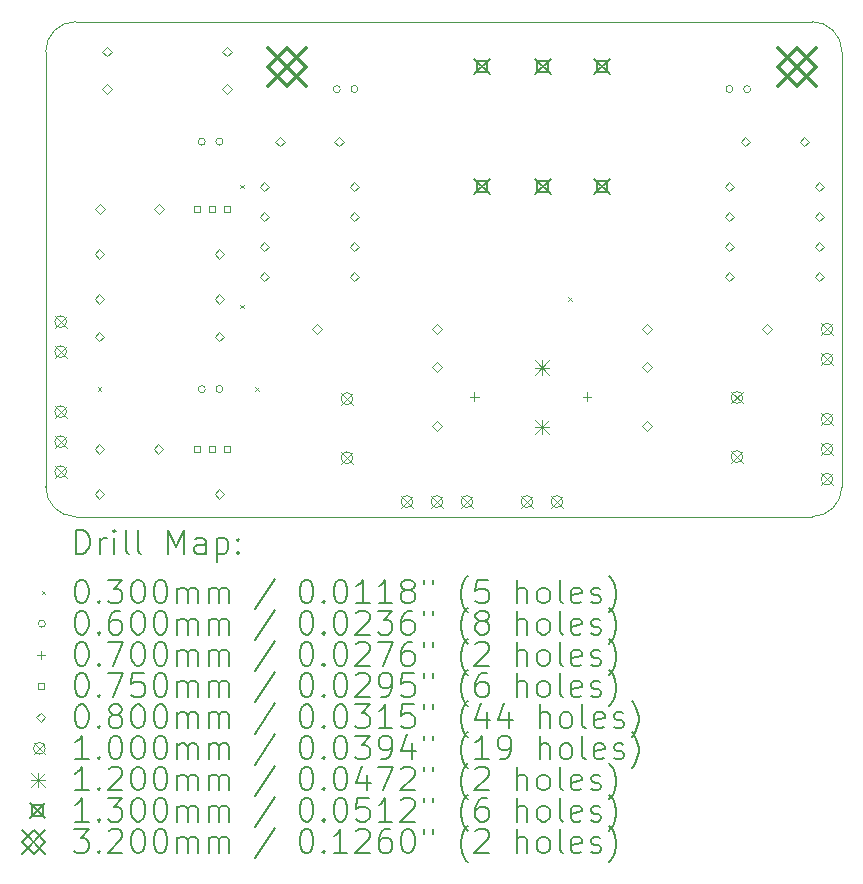
<source format=gbr>
%TF.GenerationSoftware,KiCad,Pcbnew,8.0.9*%
%TF.CreationDate,2025-03-02T13:58:53+01:00*%
%TF.ProjectId,cjss202,636a7373-3230-4322-9e6b-696361645f70,rev?*%
%TF.SameCoordinates,Original*%
%TF.FileFunction,Drillmap*%
%TF.FilePolarity,Positive*%
%FSLAX45Y45*%
G04 Gerber Fmt 4.5, Leading zero omitted, Abs format (unit mm)*
G04 Created by KiCad (PCBNEW 8.0.9) date 2025-03-02 13:58:53*
%MOMM*%
%LPD*%
G01*
G04 APERTURE LIST*
%ADD10C,0.050000*%
%ADD11C,0.200000*%
%ADD12C,0.100000*%
%ADD13C,0.120000*%
%ADD14C,0.130000*%
%ADD15C,0.320000*%
G04 APERTURE END LIST*
D10*
X2783105Y-6477000D02*
X2783105Y-2794000D01*
X3037105Y-6731000D02*
G75*
G02*
X2783105Y-6477000I0J254000D01*
G01*
X9525000Y-6477000D02*
G75*
G02*
X9271000Y-6731000I-254000J0D01*
G01*
X2783105Y-2794000D02*
G75*
G02*
X3037105Y-2540000I254000J0D01*
G01*
X9271000Y-6731000D02*
X3037105Y-6731000D01*
X9271000Y-2540000D02*
G75*
G02*
X9525000Y-2794000I0J-254000D01*
G01*
X9525000Y-2794000D02*
X9525000Y-6477000D01*
X3037105Y-2540000D02*
X9271000Y-2540000D01*
D11*
D12*
X3223500Y-5636500D02*
X3253500Y-5666500D01*
X3253500Y-5636500D02*
X3223500Y-5666500D01*
X4430000Y-3922000D02*
X4460000Y-3952000D01*
X4460000Y-3922000D02*
X4430000Y-3952000D01*
X4430000Y-4938000D02*
X4460000Y-4968000D01*
X4460000Y-4938000D02*
X4430000Y-4968000D01*
X4557000Y-5636500D02*
X4587000Y-5666500D01*
X4587000Y-5636500D02*
X4557000Y-5666500D01*
X7206000Y-4874500D02*
X7236000Y-4904500D01*
X7236000Y-4874500D02*
X7206000Y-4904500D01*
X4134500Y-3556000D02*
G75*
G02*
X4074500Y-3556000I-30000J0D01*
G01*
X4074500Y-3556000D02*
G75*
G02*
X4134500Y-3556000I30000J0D01*
G01*
X4134500Y-5651500D02*
G75*
G02*
X4074500Y-5651500I-30000J0D01*
G01*
X4074500Y-5651500D02*
G75*
G02*
X4134500Y-5651500I30000J0D01*
G01*
X4284500Y-3556000D02*
G75*
G02*
X4224500Y-3556000I-30000J0D01*
G01*
X4224500Y-3556000D02*
G75*
G02*
X4284500Y-3556000I30000J0D01*
G01*
X4284500Y-5651500D02*
G75*
G02*
X4224500Y-5651500I-30000J0D01*
G01*
X4224500Y-5651500D02*
G75*
G02*
X4284500Y-5651500I30000J0D01*
G01*
X5277500Y-3111500D02*
G75*
G02*
X5217500Y-3111500I-30000J0D01*
G01*
X5217500Y-3111500D02*
G75*
G02*
X5277500Y-3111500I30000J0D01*
G01*
X5427500Y-3111500D02*
G75*
G02*
X5367500Y-3111500I-30000J0D01*
G01*
X5367500Y-3111500D02*
G75*
G02*
X5427500Y-3111500I30000J0D01*
G01*
X8602500Y-3111500D02*
G75*
G02*
X8542500Y-3111500I-30000J0D01*
G01*
X8542500Y-3111500D02*
G75*
G02*
X8602500Y-3111500I30000J0D01*
G01*
X8752500Y-3111500D02*
G75*
G02*
X8692500Y-3111500I-30000J0D01*
G01*
X8692500Y-3111500D02*
G75*
G02*
X8752500Y-3111500I30000J0D01*
G01*
X6413500Y-5680000D02*
X6413500Y-5750000D01*
X6378500Y-5715000D02*
X6448500Y-5715000D01*
X7366000Y-5680000D02*
X7366000Y-5750000D01*
X7331000Y-5715000D02*
X7401000Y-5715000D01*
X4090517Y-4154017D02*
X4090517Y-4100983D01*
X4037483Y-4100983D01*
X4037483Y-4154017D01*
X4090517Y-4154017D01*
X4090517Y-6186017D02*
X4090517Y-6132983D01*
X4037483Y-6132983D01*
X4037483Y-6186017D01*
X4090517Y-6186017D01*
X4217517Y-4154017D02*
X4217517Y-4100983D01*
X4164483Y-4100983D01*
X4164483Y-4154017D01*
X4217517Y-4154017D01*
X4217517Y-6186017D02*
X4217517Y-6132983D01*
X4164483Y-6132983D01*
X4164483Y-6186017D01*
X4217517Y-6186017D01*
X4344517Y-4154017D02*
X4344517Y-4100983D01*
X4291483Y-4100983D01*
X4291483Y-4154017D01*
X4344517Y-4154017D01*
X4344517Y-6186017D02*
X4344517Y-6132983D01*
X4291483Y-6132983D01*
X4291483Y-6186017D01*
X4344517Y-6186017D01*
X3238500Y-4548500D02*
X3278500Y-4508500D01*
X3238500Y-4468500D01*
X3198500Y-4508500D01*
X3238500Y-4548500D01*
X3238500Y-4929500D02*
X3278500Y-4889500D01*
X3238500Y-4849500D01*
X3198500Y-4889500D01*
X3238500Y-4929500D01*
X3238500Y-5247000D02*
X3278500Y-5207000D01*
X3238500Y-5167000D01*
X3198500Y-5207000D01*
X3238500Y-5247000D01*
X3238500Y-6199500D02*
X3278500Y-6159500D01*
X3238500Y-6119500D01*
X3198500Y-6159500D01*
X3238500Y-6199500D01*
X3238500Y-6580500D02*
X3278500Y-6540500D01*
X3238500Y-6500500D01*
X3198500Y-6540500D01*
X3238500Y-6580500D01*
X3242500Y-4167500D02*
X3282500Y-4127500D01*
X3242500Y-4087500D01*
X3202500Y-4127500D01*
X3242500Y-4167500D01*
X3302000Y-2834000D02*
X3342000Y-2794000D01*
X3302000Y-2754000D01*
X3262000Y-2794000D01*
X3302000Y-2834000D01*
X3302000Y-3151500D02*
X3342000Y-3111500D01*
X3302000Y-3071500D01*
X3262000Y-3111500D01*
X3302000Y-3151500D01*
X3738500Y-6199500D02*
X3778500Y-6159500D01*
X3738500Y-6119500D01*
X3698500Y-6159500D01*
X3738500Y-6199500D01*
X3742500Y-4167500D02*
X3782500Y-4127500D01*
X3742500Y-4087500D01*
X3702500Y-4127500D01*
X3742500Y-4167500D01*
X4254500Y-4548500D02*
X4294500Y-4508500D01*
X4254500Y-4468500D01*
X4214500Y-4508500D01*
X4254500Y-4548500D01*
X4254500Y-4929500D02*
X4294500Y-4889500D01*
X4254500Y-4849500D01*
X4214500Y-4889500D01*
X4254500Y-4929500D01*
X4254500Y-5247000D02*
X4294500Y-5207000D01*
X4254500Y-5167000D01*
X4214500Y-5207000D01*
X4254500Y-5247000D01*
X4254500Y-6580500D02*
X4294500Y-6540500D01*
X4254500Y-6500500D01*
X4214500Y-6540500D01*
X4254500Y-6580500D01*
X4318000Y-2834000D02*
X4358000Y-2794000D01*
X4318000Y-2754000D01*
X4278000Y-2794000D01*
X4318000Y-2834000D01*
X4318000Y-3151500D02*
X4358000Y-3111500D01*
X4318000Y-3071500D01*
X4278000Y-3111500D01*
X4318000Y-3151500D01*
X4635500Y-3977000D02*
X4675500Y-3937000D01*
X4635500Y-3897000D01*
X4595500Y-3937000D01*
X4635500Y-3977000D01*
X4635500Y-4231000D02*
X4675500Y-4191000D01*
X4635500Y-4151000D01*
X4595500Y-4191000D01*
X4635500Y-4231000D01*
X4635500Y-4485000D02*
X4675500Y-4445000D01*
X4635500Y-4405000D01*
X4595500Y-4445000D01*
X4635500Y-4485000D01*
X4635500Y-4739000D02*
X4675500Y-4699000D01*
X4635500Y-4659000D01*
X4595500Y-4699000D01*
X4635500Y-4739000D01*
X4766500Y-3596000D02*
X4806500Y-3556000D01*
X4766500Y-3516000D01*
X4726500Y-3556000D01*
X4766500Y-3596000D01*
X5080000Y-5183500D02*
X5120000Y-5143500D01*
X5080000Y-5103500D01*
X5040000Y-5143500D01*
X5080000Y-5183500D01*
X5266500Y-3596000D02*
X5306500Y-3556000D01*
X5266500Y-3516000D01*
X5226500Y-3556000D01*
X5266500Y-3596000D01*
X5397500Y-3977000D02*
X5437500Y-3937000D01*
X5397500Y-3897000D01*
X5357500Y-3937000D01*
X5397500Y-3977000D01*
X5397500Y-4231000D02*
X5437500Y-4191000D01*
X5397500Y-4151000D01*
X5357500Y-4191000D01*
X5397500Y-4231000D01*
X5397500Y-4485000D02*
X5437500Y-4445000D01*
X5397500Y-4405000D01*
X5357500Y-4445000D01*
X5397500Y-4485000D01*
X5397500Y-4739000D02*
X5437500Y-4699000D01*
X5397500Y-4659000D01*
X5357500Y-4699000D01*
X5397500Y-4739000D01*
X6096000Y-5183500D02*
X6136000Y-5143500D01*
X6096000Y-5103500D01*
X6056000Y-5143500D01*
X6096000Y-5183500D01*
X6096000Y-5505000D02*
X6136000Y-5465000D01*
X6096000Y-5425000D01*
X6056000Y-5465000D01*
X6096000Y-5505000D01*
X6096000Y-6005000D02*
X6136000Y-5965000D01*
X6096000Y-5925000D01*
X6056000Y-5965000D01*
X6096000Y-6005000D01*
X7874000Y-5183500D02*
X7914000Y-5143500D01*
X7874000Y-5103500D01*
X7834000Y-5143500D01*
X7874000Y-5183500D01*
X7874000Y-5505000D02*
X7914000Y-5465000D01*
X7874000Y-5425000D01*
X7834000Y-5465000D01*
X7874000Y-5505000D01*
X7874000Y-6005000D02*
X7914000Y-5965000D01*
X7874000Y-5925000D01*
X7834000Y-5965000D01*
X7874000Y-6005000D01*
X8572500Y-3977000D02*
X8612500Y-3937000D01*
X8572500Y-3897000D01*
X8532500Y-3937000D01*
X8572500Y-3977000D01*
X8572500Y-4231000D02*
X8612500Y-4191000D01*
X8572500Y-4151000D01*
X8532500Y-4191000D01*
X8572500Y-4231000D01*
X8572500Y-4485000D02*
X8612500Y-4445000D01*
X8572500Y-4405000D01*
X8532500Y-4445000D01*
X8572500Y-4485000D01*
X8572500Y-4739000D02*
X8612500Y-4699000D01*
X8572500Y-4659000D01*
X8532500Y-4699000D01*
X8572500Y-4739000D01*
X8707500Y-3596000D02*
X8747500Y-3556000D01*
X8707500Y-3516000D01*
X8667500Y-3556000D01*
X8707500Y-3596000D01*
X8890000Y-5183500D02*
X8930000Y-5143500D01*
X8890000Y-5103500D01*
X8850000Y-5143500D01*
X8890000Y-5183500D01*
X9207500Y-3596000D02*
X9247500Y-3556000D01*
X9207500Y-3516000D01*
X9167500Y-3556000D01*
X9207500Y-3596000D01*
X9334500Y-3977000D02*
X9374500Y-3937000D01*
X9334500Y-3897000D01*
X9294500Y-3937000D01*
X9334500Y-3977000D01*
X9334500Y-4231000D02*
X9374500Y-4191000D01*
X9334500Y-4151000D01*
X9294500Y-4191000D01*
X9334500Y-4231000D01*
X9334500Y-4485000D02*
X9374500Y-4445000D01*
X9334500Y-4405000D01*
X9294500Y-4445000D01*
X9334500Y-4485000D01*
X9334500Y-4739000D02*
X9374500Y-4699000D01*
X9334500Y-4659000D01*
X9294500Y-4699000D01*
X9334500Y-4739000D01*
X2860105Y-5030000D02*
X2960105Y-5130000D01*
X2960105Y-5030000D02*
X2860105Y-5130000D01*
X2960105Y-5080000D02*
G75*
G02*
X2860105Y-5080000I-50000J0D01*
G01*
X2860105Y-5080000D02*
G75*
G02*
X2960105Y-5080000I50000J0D01*
G01*
X2860105Y-5284000D02*
X2960105Y-5384000D01*
X2960105Y-5284000D02*
X2860105Y-5384000D01*
X2960105Y-5334000D02*
G75*
G02*
X2860105Y-5334000I-50000J0D01*
G01*
X2860105Y-5334000D02*
G75*
G02*
X2960105Y-5334000I50000J0D01*
G01*
X2860105Y-5792000D02*
X2960105Y-5892000D01*
X2960105Y-5792000D02*
X2860105Y-5892000D01*
X2960105Y-5842000D02*
G75*
G02*
X2860105Y-5842000I-50000J0D01*
G01*
X2860105Y-5842000D02*
G75*
G02*
X2960105Y-5842000I50000J0D01*
G01*
X2860105Y-6046000D02*
X2960105Y-6146000D01*
X2960105Y-6046000D02*
X2860105Y-6146000D01*
X2960105Y-6096000D02*
G75*
G02*
X2860105Y-6096000I-50000J0D01*
G01*
X2860105Y-6096000D02*
G75*
G02*
X2960105Y-6096000I50000J0D01*
G01*
X2860105Y-6300000D02*
X2960105Y-6400000D01*
X2960105Y-6300000D02*
X2860105Y-6400000D01*
X2960105Y-6350000D02*
G75*
G02*
X2860105Y-6350000I-50000J0D01*
G01*
X2860105Y-6350000D02*
G75*
G02*
X2960105Y-6350000I50000J0D01*
G01*
X5284000Y-5682232D02*
X5384000Y-5782232D01*
X5384000Y-5682232D02*
X5284000Y-5782232D01*
X5384000Y-5732232D02*
G75*
G02*
X5284000Y-5732232I-50000J0D01*
G01*
X5284000Y-5732232D02*
G75*
G02*
X5384000Y-5732232I50000J0D01*
G01*
X5284000Y-6182232D02*
X5384000Y-6282232D01*
X5384000Y-6182232D02*
X5284000Y-6282232D01*
X5384000Y-6232232D02*
G75*
G02*
X5284000Y-6232232I-50000J0D01*
G01*
X5284000Y-6232232D02*
G75*
G02*
X5384000Y-6232232I50000J0D01*
G01*
X5792000Y-6554000D02*
X5892000Y-6654000D01*
X5892000Y-6554000D02*
X5792000Y-6654000D01*
X5892000Y-6604000D02*
G75*
G02*
X5792000Y-6604000I-50000J0D01*
G01*
X5792000Y-6604000D02*
G75*
G02*
X5892000Y-6604000I50000J0D01*
G01*
X6046000Y-6554000D02*
X6146000Y-6654000D01*
X6146000Y-6554000D02*
X6046000Y-6654000D01*
X6146000Y-6604000D02*
G75*
G02*
X6046000Y-6604000I-50000J0D01*
G01*
X6046000Y-6604000D02*
G75*
G02*
X6146000Y-6604000I50000J0D01*
G01*
X6300000Y-6554000D02*
X6400000Y-6654000D01*
X6400000Y-6554000D02*
X6300000Y-6654000D01*
X6400000Y-6604000D02*
G75*
G02*
X6300000Y-6604000I-50000J0D01*
G01*
X6300000Y-6604000D02*
G75*
G02*
X6400000Y-6604000I50000J0D01*
G01*
X6808000Y-6554000D02*
X6908000Y-6654000D01*
X6908000Y-6554000D02*
X6808000Y-6654000D01*
X6908000Y-6604000D02*
G75*
G02*
X6808000Y-6604000I-50000J0D01*
G01*
X6808000Y-6604000D02*
G75*
G02*
X6908000Y-6604000I50000J0D01*
G01*
X7062000Y-6554000D02*
X7162000Y-6654000D01*
X7162000Y-6554000D02*
X7062000Y-6654000D01*
X7162000Y-6604000D02*
G75*
G02*
X7062000Y-6604000I-50000J0D01*
G01*
X7062000Y-6604000D02*
G75*
G02*
X7162000Y-6604000I50000J0D01*
G01*
X8586000Y-5673000D02*
X8686000Y-5773000D01*
X8686000Y-5673000D02*
X8586000Y-5773000D01*
X8686000Y-5723000D02*
G75*
G02*
X8586000Y-5723000I-50000J0D01*
G01*
X8586000Y-5723000D02*
G75*
G02*
X8686000Y-5723000I50000J0D01*
G01*
X8586000Y-6173000D02*
X8686000Y-6273000D01*
X8686000Y-6173000D02*
X8586000Y-6273000D01*
X8686000Y-6223000D02*
G75*
G02*
X8586000Y-6223000I-50000J0D01*
G01*
X8586000Y-6223000D02*
G75*
G02*
X8686000Y-6223000I50000J0D01*
G01*
X9348000Y-5093500D02*
X9448000Y-5193500D01*
X9448000Y-5093500D02*
X9348000Y-5193500D01*
X9448000Y-5143500D02*
G75*
G02*
X9348000Y-5143500I-50000J0D01*
G01*
X9348000Y-5143500D02*
G75*
G02*
X9448000Y-5143500I50000J0D01*
G01*
X9348000Y-5347500D02*
X9448000Y-5447500D01*
X9448000Y-5347500D02*
X9348000Y-5447500D01*
X9448000Y-5397500D02*
G75*
G02*
X9348000Y-5397500I-50000J0D01*
G01*
X9348000Y-5397500D02*
G75*
G02*
X9448000Y-5397500I50000J0D01*
G01*
X9348000Y-5855500D02*
X9448000Y-5955500D01*
X9448000Y-5855500D02*
X9348000Y-5955500D01*
X9448000Y-5905500D02*
G75*
G02*
X9348000Y-5905500I-50000J0D01*
G01*
X9348000Y-5905500D02*
G75*
G02*
X9448000Y-5905500I50000J0D01*
G01*
X9348000Y-6109500D02*
X9448000Y-6209500D01*
X9448000Y-6109500D02*
X9348000Y-6209500D01*
X9448000Y-6159500D02*
G75*
G02*
X9348000Y-6159500I-50000J0D01*
G01*
X9348000Y-6159500D02*
G75*
G02*
X9448000Y-6159500I50000J0D01*
G01*
X9348000Y-6363500D02*
X9448000Y-6463500D01*
X9448000Y-6363500D02*
X9348000Y-6463500D01*
X9448000Y-6413500D02*
G75*
G02*
X9348000Y-6413500I-50000J0D01*
G01*
X9348000Y-6413500D02*
G75*
G02*
X9448000Y-6413500I50000J0D01*
G01*
D13*
X6925000Y-5409000D02*
X7045000Y-5529000D01*
X7045000Y-5409000D02*
X6925000Y-5529000D01*
X6985000Y-5409000D02*
X6985000Y-5529000D01*
X6925000Y-5469000D02*
X7045000Y-5469000D01*
X6925000Y-5909000D02*
X7045000Y-6029000D01*
X7045000Y-5909000D02*
X6925000Y-6029000D01*
X6985000Y-5909000D02*
X6985000Y-6029000D01*
X6925000Y-5969000D02*
X7045000Y-5969000D01*
D14*
X6412000Y-2856000D02*
X6542000Y-2986000D01*
X6542000Y-2856000D02*
X6412000Y-2986000D01*
X6522962Y-2966962D02*
X6522962Y-2875038D01*
X6431038Y-2875038D01*
X6431038Y-2966962D01*
X6522962Y-2966962D01*
X6412000Y-3872000D02*
X6542000Y-4002000D01*
X6542000Y-3872000D02*
X6412000Y-4002000D01*
X6522962Y-3982962D02*
X6522962Y-3891038D01*
X6431038Y-3891038D01*
X6431038Y-3982962D01*
X6522962Y-3982962D01*
X6928000Y-2856000D02*
X7058000Y-2986000D01*
X7058000Y-2856000D02*
X6928000Y-2986000D01*
X7038962Y-2966962D02*
X7038962Y-2875038D01*
X6947038Y-2875038D01*
X6947038Y-2966962D01*
X7038962Y-2966962D01*
X6928000Y-3872000D02*
X7058000Y-4002000D01*
X7058000Y-3872000D02*
X6928000Y-4002000D01*
X7038962Y-3982962D02*
X7038962Y-3891038D01*
X6947038Y-3891038D01*
X6947038Y-3982962D01*
X7038962Y-3982962D01*
X7428000Y-2856000D02*
X7558000Y-2986000D01*
X7558000Y-2856000D02*
X7428000Y-2986000D01*
X7538962Y-2966962D02*
X7538962Y-2875038D01*
X7447038Y-2875038D01*
X7447038Y-2966962D01*
X7538962Y-2966962D01*
X7428000Y-3872000D02*
X7558000Y-4002000D01*
X7558000Y-3872000D02*
X7428000Y-4002000D01*
X7538962Y-3982962D02*
X7538962Y-3891038D01*
X7447038Y-3891038D01*
X7447038Y-3982962D01*
X7538962Y-3982962D01*
D15*
X4666000Y-2761000D02*
X4986000Y-3081000D01*
X4986000Y-2761000D02*
X4666000Y-3081000D01*
X4826000Y-3081000D02*
X4986000Y-2921000D01*
X4826000Y-2761000D01*
X4666000Y-2921000D01*
X4826000Y-3081000D01*
X8984000Y-2761000D02*
X9304000Y-3081000D01*
X9304000Y-2761000D02*
X8984000Y-3081000D01*
X9144000Y-3081000D02*
X9304000Y-2921000D01*
X9144000Y-2761000D01*
X8984000Y-2921000D01*
X9144000Y-3081000D01*
D11*
X3041382Y-7044984D02*
X3041382Y-6844984D01*
X3041382Y-6844984D02*
X3089001Y-6844984D01*
X3089001Y-6844984D02*
X3117572Y-6854508D01*
X3117572Y-6854508D02*
X3136620Y-6873555D01*
X3136620Y-6873555D02*
X3146144Y-6892603D01*
X3146144Y-6892603D02*
X3155668Y-6930698D01*
X3155668Y-6930698D02*
X3155668Y-6959269D01*
X3155668Y-6959269D02*
X3146144Y-6997365D01*
X3146144Y-6997365D02*
X3136620Y-7016412D01*
X3136620Y-7016412D02*
X3117572Y-7035460D01*
X3117572Y-7035460D02*
X3089001Y-7044984D01*
X3089001Y-7044984D02*
X3041382Y-7044984D01*
X3241382Y-7044984D02*
X3241382Y-6911650D01*
X3241382Y-6949746D02*
X3250906Y-6930698D01*
X3250906Y-6930698D02*
X3260429Y-6921174D01*
X3260429Y-6921174D02*
X3279477Y-6911650D01*
X3279477Y-6911650D02*
X3298525Y-6911650D01*
X3365191Y-7044984D02*
X3365191Y-6911650D01*
X3365191Y-6844984D02*
X3355668Y-6854508D01*
X3355668Y-6854508D02*
X3365191Y-6864031D01*
X3365191Y-6864031D02*
X3374715Y-6854508D01*
X3374715Y-6854508D02*
X3365191Y-6844984D01*
X3365191Y-6844984D02*
X3365191Y-6864031D01*
X3489001Y-7044984D02*
X3469953Y-7035460D01*
X3469953Y-7035460D02*
X3460429Y-7016412D01*
X3460429Y-7016412D02*
X3460429Y-6844984D01*
X3593763Y-7044984D02*
X3574715Y-7035460D01*
X3574715Y-7035460D02*
X3565191Y-7016412D01*
X3565191Y-7016412D02*
X3565191Y-6844984D01*
X3822334Y-7044984D02*
X3822334Y-6844984D01*
X3822334Y-6844984D02*
X3889001Y-6987841D01*
X3889001Y-6987841D02*
X3955668Y-6844984D01*
X3955668Y-6844984D02*
X3955668Y-7044984D01*
X4136620Y-7044984D02*
X4136620Y-6940222D01*
X4136620Y-6940222D02*
X4127096Y-6921174D01*
X4127096Y-6921174D02*
X4108049Y-6911650D01*
X4108049Y-6911650D02*
X4069953Y-6911650D01*
X4069953Y-6911650D02*
X4050906Y-6921174D01*
X4136620Y-7035460D02*
X4117572Y-7044984D01*
X4117572Y-7044984D02*
X4069953Y-7044984D01*
X4069953Y-7044984D02*
X4050906Y-7035460D01*
X4050906Y-7035460D02*
X4041382Y-7016412D01*
X4041382Y-7016412D02*
X4041382Y-6997365D01*
X4041382Y-6997365D02*
X4050906Y-6978317D01*
X4050906Y-6978317D02*
X4069953Y-6968793D01*
X4069953Y-6968793D02*
X4117572Y-6968793D01*
X4117572Y-6968793D02*
X4136620Y-6959269D01*
X4231858Y-6911650D02*
X4231858Y-7111650D01*
X4231858Y-6921174D02*
X4250906Y-6911650D01*
X4250906Y-6911650D02*
X4289001Y-6911650D01*
X4289001Y-6911650D02*
X4308049Y-6921174D01*
X4308049Y-6921174D02*
X4317572Y-6930698D01*
X4317572Y-6930698D02*
X4327096Y-6949746D01*
X4327096Y-6949746D02*
X4327096Y-7006888D01*
X4327096Y-7006888D02*
X4317572Y-7025936D01*
X4317572Y-7025936D02*
X4308049Y-7035460D01*
X4308049Y-7035460D02*
X4289001Y-7044984D01*
X4289001Y-7044984D02*
X4250906Y-7044984D01*
X4250906Y-7044984D02*
X4231858Y-7035460D01*
X4412811Y-7025936D02*
X4422334Y-7035460D01*
X4422334Y-7035460D02*
X4412811Y-7044984D01*
X4412811Y-7044984D02*
X4403287Y-7035460D01*
X4403287Y-7035460D02*
X4412811Y-7025936D01*
X4412811Y-7025936D02*
X4412811Y-7044984D01*
X4412811Y-6921174D02*
X4422334Y-6930698D01*
X4422334Y-6930698D02*
X4412811Y-6940222D01*
X4412811Y-6940222D02*
X4403287Y-6930698D01*
X4403287Y-6930698D02*
X4412811Y-6921174D01*
X4412811Y-6921174D02*
X4412811Y-6940222D01*
D12*
X2750605Y-7358500D02*
X2780605Y-7388500D01*
X2780605Y-7358500D02*
X2750605Y-7388500D01*
D11*
X3079477Y-7264984D02*
X3098525Y-7264984D01*
X3098525Y-7264984D02*
X3117572Y-7274508D01*
X3117572Y-7274508D02*
X3127096Y-7284031D01*
X3127096Y-7284031D02*
X3136620Y-7303079D01*
X3136620Y-7303079D02*
X3146144Y-7341174D01*
X3146144Y-7341174D02*
X3146144Y-7388793D01*
X3146144Y-7388793D02*
X3136620Y-7426888D01*
X3136620Y-7426888D02*
X3127096Y-7445936D01*
X3127096Y-7445936D02*
X3117572Y-7455460D01*
X3117572Y-7455460D02*
X3098525Y-7464984D01*
X3098525Y-7464984D02*
X3079477Y-7464984D01*
X3079477Y-7464984D02*
X3060429Y-7455460D01*
X3060429Y-7455460D02*
X3050906Y-7445936D01*
X3050906Y-7445936D02*
X3041382Y-7426888D01*
X3041382Y-7426888D02*
X3031858Y-7388793D01*
X3031858Y-7388793D02*
X3031858Y-7341174D01*
X3031858Y-7341174D02*
X3041382Y-7303079D01*
X3041382Y-7303079D02*
X3050906Y-7284031D01*
X3050906Y-7284031D02*
X3060429Y-7274508D01*
X3060429Y-7274508D02*
X3079477Y-7264984D01*
X3231858Y-7445936D02*
X3241382Y-7455460D01*
X3241382Y-7455460D02*
X3231858Y-7464984D01*
X3231858Y-7464984D02*
X3222334Y-7455460D01*
X3222334Y-7455460D02*
X3231858Y-7445936D01*
X3231858Y-7445936D02*
X3231858Y-7464984D01*
X3308049Y-7264984D02*
X3431858Y-7264984D01*
X3431858Y-7264984D02*
X3365191Y-7341174D01*
X3365191Y-7341174D02*
X3393763Y-7341174D01*
X3393763Y-7341174D02*
X3412810Y-7350698D01*
X3412810Y-7350698D02*
X3422334Y-7360222D01*
X3422334Y-7360222D02*
X3431858Y-7379269D01*
X3431858Y-7379269D02*
X3431858Y-7426888D01*
X3431858Y-7426888D02*
X3422334Y-7445936D01*
X3422334Y-7445936D02*
X3412810Y-7455460D01*
X3412810Y-7455460D02*
X3393763Y-7464984D01*
X3393763Y-7464984D02*
X3336620Y-7464984D01*
X3336620Y-7464984D02*
X3317572Y-7455460D01*
X3317572Y-7455460D02*
X3308049Y-7445936D01*
X3555668Y-7264984D02*
X3574715Y-7264984D01*
X3574715Y-7264984D02*
X3593763Y-7274508D01*
X3593763Y-7274508D02*
X3603287Y-7284031D01*
X3603287Y-7284031D02*
X3612810Y-7303079D01*
X3612810Y-7303079D02*
X3622334Y-7341174D01*
X3622334Y-7341174D02*
X3622334Y-7388793D01*
X3622334Y-7388793D02*
X3612810Y-7426888D01*
X3612810Y-7426888D02*
X3603287Y-7445936D01*
X3603287Y-7445936D02*
X3593763Y-7455460D01*
X3593763Y-7455460D02*
X3574715Y-7464984D01*
X3574715Y-7464984D02*
X3555668Y-7464984D01*
X3555668Y-7464984D02*
X3536620Y-7455460D01*
X3536620Y-7455460D02*
X3527096Y-7445936D01*
X3527096Y-7445936D02*
X3517572Y-7426888D01*
X3517572Y-7426888D02*
X3508049Y-7388793D01*
X3508049Y-7388793D02*
X3508049Y-7341174D01*
X3508049Y-7341174D02*
X3517572Y-7303079D01*
X3517572Y-7303079D02*
X3527096Y-7284031D01*
X3527096Y-7284031D02*
X3536620Y-7274508D01*
X3536620Y-7274508D02*
X3555668Y-7264984D01*
X3746144Y-7264984D02*
X3765191Y-7264984D01*
X3765191Y-7264984D02*
X3784239Y-7274508D01*
X3784239Y-7274508D02*
X3793763Y-7284031D01*
X3793763Y-7284031D02*
X3803287Y-7303079D01*
X3803287Y-7303079D02*
X3812810Y-7341174D01*
X3812810Y-7341174D02*
X3812810Y-7388793D01*
X3812810Y-7388793D02*
X3803287Y-7426888D01*
X3803287Y-7426888D02*
X3793763Y-7445936D01*
X3793763Y-7445936D02*
X3784239Y-7455460D01*
X3784239Y-7455460D02*
X3765191Y-7464984D01*
X3765191Y-7464984D02*
X3746144Y-7464984D01*
X3746144Y-7464984D02*
X3727096Y-7455460D01*
X3727096Y-7455460D02*
X3717572Y-7445936D01*
X3717572Y-7445936D02*
X3708049Y-7426888D01*
X3708049Y-7426888D02*
X3698525Y-7388793D01*
X3698525Y-7388793D02*
X3698525Y-7341174D01*
X3698525Y-7341174D02*
X3708049Y-7303079D01*
X3708049Y-7303079D02*
X3717572Y-7284031D01*
X3717572Y-7284031D02*
X3727096Y-7274508D01*
X3727096Y-7274508D02*
X3746144Y-7264984D01*
X3898525Y-7464984D02*
X3898525Y-7331650D01*
X3898525Y-7350698D02*
X3908049Y-7341174D01*
X3908049Y-7341174D02*
X3927096Y-7331650D01*
X3927096Y-7331650D02*
X3955668Y-7331650D01*
X3955668Y-7331650D02*
X3974715Y-7341174D01*
X3974715Y-7341174D02*
X3984239Y-7360222D01*
X3984239Y-7360222D02*
X3984239Y-7464984D01*
X3984239Y-7360222D02*
X3993763Y-7341174D01*
X3993763Y-7341174D02*
X4012810Y-7331650D01*
X4012810Y-7331650D02*
X4041382Y-7331650D01*
X4041382Y-7331650D02*
X4060430Y-7341174D01*
X4060430Y-7341174D02*
X4069953Y-7360222D01*
X4069953Y-7360222D02*
X4069953Y-7464984D01*
X4165191Y-7464984D02*
X4165191Y-7331650D01*
X4165191Y-7350698D02*
X4174715Y-7341174D01*
X4174715Y-7341174D02*
X4193763Y-7331650D01*
X4193763Y-7331650D02*
X4222334Y-7331650D01*
X4222334Y-7331650D02*
X4241382Y-7341174D01*
X4241382Y-7341174D02*
X4250906Y-7360222D01*
X4250906Y-7360222D02*
X4250906Y-7464984D01*
X4250906Y-7360222D02*
X4260430Y-7341174D01*
X4260430Y-7341174D02*
X4279477Y-7331650D01*
X4279477Y-7331650D02*
X4308049Y-7331650D01*
X4308049Y-7331650D02*
X4327096Y-7341174D01*
X4327096Y-7341174D02*
X4336620Y-7360222D01*
X4336620Y-7360222D02*
X4336620Y-7464984D01*
X4727096Y-7255460D02*
X4555668Y-7512603D01*
X4984239Y-7264984D02*
X5003287Y-7264984D01*
X5003287Y-7264984D02*
X5022335Y-7274508D01*
X5022335Y-7274508D02*
X5031858Y-7284031D01*
X5031858Y-7284031D02*
X5041382Y-7303079D01*
X5041382Y-7303079D02*
X5050906Y-7341174D01*
X5050906Y-7341174D02*
X5050906Y-7388793D01*
X5050906Y-7388793D02*
X5041382Y-7426888D01*
X5041382Y-7426888D02*
X5031858Y-7445936D01*
X5031858Y-7445936D02*
X5022335Y-7455460D01*
X5022335Y-7455460D02*
X5003287Y-7464984D01*
X5003287Y-7464984D02*
X4984239Y-7464984D01*
X4984239Y-7464984D02*
X4965192Y-7455460D01*
X4965192Y-7455460D02*
X4955668Y-7445936D01*
X4955668Y-7445936D02*
X4946144Y-7426888D01*
X4946144Y-7426888D02*
X4936620Y-7388793D01*
X4936620Y-7388793D02*
X4936620Y-7341174D01*
X4936620Y-7341174D02*
X4946144Y-7303079D01*
X4946144Y-7303079D02*
X4955668Y-7284031D01*
X4955668Y-7284031D02*
X4965192Y-7274508D01*
X4965192Y-7274508D02*
X4984239Y-7264984D01*
X5136620Y-7445936D02*
X5146144Y-7455460D01*
X5146144Y-7455460D02*
X5136620Y-7464984D01*
X5136620Y-7464984D02*
X5127096Y-7455460D01*
X5127096Y-7455460D02*
X5136620Y-7445936D01*
X5136620Y-7445936D02*
X5136620Y-7464984D01*
X5269954Y-7264984D02*
X5289001Y-7264984D01*
X5289001Y-7264984D02*
X5308049Y-7274508D01*
X5308049Y-7274508D02*
X5317573Y-7284031D01*
X5317573Y-7284031D02*
X5327096Y-7303079D01*
X5327096Y-7303079D02*
X5336620Y-7341174D01*
X5336620Y-7341174D02*
X5336620Y-7388793D01*
X5336620Y-7388793D02*
X5327096Y-7426888D01*
X5327096Y-7426888D02*
X5317573Y-7445936D01*
X5317573Y-7445936D02*
X5308049Y-7455460D01*
X5308049Y-7455460D02*
X5289001Y-7464984D01*
X5289001Y-7464984D02*
X5269954Y-7464984D01*
X5269954Y-7464984D02*
X5250906Y-7455460D01*
X5250906Y-7455460D02*
X5241382Y-7445936D01*
X5241382Y-7445936D02*
X5231858Y-7426888D01*
X5231858Y-7426888D02*
X5222335Y-7388793D01*
X5222335Y-7388793D02*
X5222335Y-7341174D01*
X5222335Y-7341174D02*
X5231858Y-7303079D01*
X5231858Y-7303079D02*
X5241382Y-7284031D01*
X5241382Y-7284031D02*
X5250906Y-7274508D01*
X5250906Y-7274508D02*
X5269954Y-7264984D01*
X5527096Y-7464984D02*
X5412811Y-7464984D01*
X5469954Y-7464984D02*
X5469954Y-7264984D01*
X5469954Y-7264984D02*
X5450906Y-7293555D01*
X5450906Y-7293555D02*
X5431858Y-7312603D01*
X5431858Y-7312603D02*
X5412811Y-7322127D01*
X5717573Y-7464984D02*
X5603287Y-7464984D01*
X5660430Y-7464984D02*
X5660430Y-7264984D01*
X5660430Y-7264984D02*
X5641382Y-7293555D01*
X5641382Y-7293555D02*
X5622334Y-7312603D01*
X5622334Y-7312603D02*
X5603287Y-7322127D01*
X5831858Y-7350698D02*
X5812811Y-7341174D01*
X5812811Y-7341174D02*
X5803287Y-7331650D01*
X5803287Y-7331650D02*
X5793763Y-7312603D01*
X5793763Y-7312603D02*
X5793763Y-7303079D01*
X5793763Y-7303079D02*
X5803287Y-7284031D01*
X5803287Y-7284031D02*
X5812811Y-7274508D01*
X5812811Y-7274508D02*
X5831858Y-7264984D01*
X5831858Y-7264984D02*
X5869954Y-7264984D01*
X5869954Y-7264984D02*
X5889001Y-7274508D01*
X5889001Y-7274508D02*
X5898525Y-7284031D01*
X5898525Y-7284031D02*
X5908049Y-7303079D01*
X5908049Y-7303079D02*
X5908049Y-7312603D01*
X5908049Y-7312603D02*
X5898525Y-7331650D01*
X5898525Y-7331650D02*
X5889001Y-7341174D01*
X5889001Y-7341174D02*
X5869954Y-7350698D01*
X5869954Y-7350698D02*
X5831858Y-7350698D01*
X5831858Y-7350698D02*
X5812811Y-7360222D01*
X5812811Y-7360222D02*
X5803287Y-7369746D01*
X5803287Y-7369746D02*
X5793763Y-7388793D01*
X5793763Y-7388793D02*
X5793763Y-7426888D01*
X5793763Y-7426888D02*
X5803287Y-7445936D01*
X5803287Y-7445936D02*
X5812811Y-7455460D01*
X5812811Y-7455460D02*
X5831858Y-7464984D01*
X5831858Y-7464984D02*
X5869954Y-7464984D01*
X5869954Y-7464984D02*
X5889001Y-7455460D01*
X5889001Y-7455460D02*
X5898525Y-7445936D01*
X5898525Y-7445936D02*
X5908049Y-7426888D01*
X5908049Y-7426888D02*
X5908049Y-7388793D01*
X5908049Y-7388793D02*
X5898525Y-7369746D01*
X5898525Y-7369746D02*
X5889001Y-7360222D01*
X5889001Y-7360222D02*
X5869954Y-7350698D01*
X5984239Y-7264984D02*
X5984239Y-7303079D01*
X6060430Y-7264984D02*
X6060430Y-7303079D01*
X6355668Y-7541174D02*
X6346144Y-7531650D01*
X6346144Y-7531650D02*
X6327096Y-7503079D01*
X6327096Y-7503079D02*
X6317573Y-7484031D01*
X6317573Y-7484031D02*
X6308049Y-7455460D01*
X6308049Y-7455460D02*
X6298525Y-7407841D01*
X6298525Y-7407841D02*
X6298525Y-7369746D01*
X6298525Y-7369746D02*
X6308049Y-7322127D01*
X6308049Y-7322127D02*
X6317573Y-7293555D01*
X6317573Y-7293555D02*
X6327096Y-7274508D01*
X6327096Y-7274508D02*
X6346144Y-7245936D01*
X6346144Y-7245936D02*
X6355668Y-7236412D01*
X6527096Y-7264984D02*
X6431858Y-7264984D01*
X6431858Y-7264984D02*
X6422335Y-7360222D01*
X6422335Y-7360222D02*
X6431858Y-7350698D01*
X6431858Y-7350698D02*
X6450906Y-7341174D01*
X6450906Y-7341174D02*
X6498525Y-7341174D01*
X6498525Y-7341174D02*
X6517573Y-7350698D01*
X6517573Y-7350698D02*
X6527096Y-7360222D01*
X6527096Y-7360222D02*
X6536620Y-7379269D01*
X6536620Y-7379269D02*
X6536620Y-7426888D01*
X6536620Y-7426888D02*
X6527096Y-7445936D01*
X6527096Y-7445936D02*
X6517573Y-7455460D01*
X6517573Y-7455460D02*
X6498525Y-7464984D01*
X6498525Y-7464984D02*
X6450906Y-7464984D01*
X6450906Y-7464984D02*
X6431858Y-7455460D01*
X6431858Y-7455460D02*
X6422335Y-7445936D01*
X6774716Y-7464984D02*
X6774716Y-7264984D01*
X6860430Y-7464984D02*
X6860430Y-7360222D01*
X6860430Y-7360222D02*
X6850906Y-7341174D01*
X6850906Y-7341174D02*
X6831858Y-7331650D01*
X6831858Y-7331650D02*
X6803287Y-7331650D01*
X6803287Y-7331650D02*
X6784239Y-7341174D01*
X6784239Y-7341174D02*
X6774716Y-7350698D01*
X6984239Y-7464984D02*
X6965192Y-7455460D01*
X6965192Y-7455460D02*
X6955668Y-7445936D01*
X6955668Y-7445936D02*
X6946144Y-7426888D01*
X6946144Y-7426888D02*
X6946144Y-7369746D01*
X6946144Y-7369746D02*
X6955668Y-7350698D01*
X6955668Y-7350698D02*
X6965192Y-7341174D01*
X6965192Y-7341174D02*
X6984239Y-7331650D01*
X6984239Y-7331650D02*
X7012811Y-7331650D01*
X7012811Y-7331650D02*
X7031858Y-7341174D01*
X7031858Y-7341174D02*
X7041382Y-7350698D01*
X7041382Y-7350698D02*
X7050906Y-7369746D01*
X7050906Y-7369746D02*
X7050906Y-7426888D01*
X7050906Y-7426888D02*
X7041382Y-7445936D01*
X7041382Y-7445936D02*
X7031858Y-7455460D01*
X7031858Y-7455460D02*
X7012811Y-7464984D01*
X7012811Y-7464984D02*
X6984239Y-7464984D01*
X7165192Y-7464984D02*
X7146144Y-7455460D01*
X7146144Y-7455460D02*
X7136620Y-7436412D01*
X7136620Y-7436412D02*
X7136620Y-7264984D01*
X7317573Y-7455460D02*
X7298525Y-7464984D01*
X7298525Y-7464984D02*
X7260430Y-7464984D01*
X7260430Y-7464984D02*
X7241382Y-7455460D01*
X7241382Y-7455460D02*
X7231858Y-7436412D01*
X7231858Y-7436412D02*
X7231858Y-7360222D01*
X7231858Y-7360222D02*
X7241382Y-7341174D01*
X7241382Y-7341174D02*
X7260430Y-7331650D01*
X7260430Y-7331650D02*
X7298525Y-7331650D01*
X7298525Y-7331650D02*
X7317573Y-7341174D01*
X7317573Y-7341174D02*
X7327097Y-7360222D01*
X7327097Y-7360222D02*
X7327097Y-7379269D01*
X7327097Y-7379269D02*
X7231858Y-7398317D01*
X7403287Y-7455460D02*
X7422335Y-7464984D01*
X7422335Y-7464984D02*
X7460430Y-7464984D01*
X7460430Y-7464984D02*
X7479478Y-7455460D01*
X7479478Y-7455460D02*
X7489001Y-7436412D01*
X7489001Y-7436412D02*
X7489001Y-7426888D01*
X7489001Y-7426888D02*
X7479478Y-7407841D01*
X7479478Y-7407841D02*
X7460430Y-7398317D01*
X7460430Y-7398317D02*
X7431858Y-7398317D01*
X7431858Y-7398317D02*
X7412811Y-7388793D01*
X7412811Y-7388793D02*
X7403287Y-7369746D01*
X7403287Y-7369746D02*
X7403287Y-7360222D01*
X7403287Y-7360222D02*
X7412811Y-7341174D01*
X7412811Y-7341174D02*
X7431858Y-7331650D01*
X7431858Y-7331650D02*
X7460430Y-7331650D01*
X7460430Y-7331650D02*
X7479478Y-7341174D01*
X7555668Y-7541174D02*
X7565192Y-7531650D01*
X7565192Y-7531650D02*
X7584239Y-7503079D01*
X7584239Y-7503079D02*
X7593763Y-7484031D01*
X7593763Y-7484031D02*
X7603287Y-7455460D01*
X7603287Y-7455460D02*
X7612811Y-7407841D01*
X7612811Y-7407841D02*
X7612811Y-7369746D01*
X7612811Y-7369746D02*
X7603287Y-7322127D01*
X7603287Y-7322127D02*
X7593763Y-7293555D01*
X7593763Y-7293555D02*
X7584239Y-7274508D01*
X7584239Y-7274508D02*
X7565192Y-7245936D01*
X7565192Y-7245936D02*
X7555668Y-7236412D01*
D12*
X2780605Y-7637500D02*
G75*
G02*
X2720605Y-7637500I-30000J0D01*
G01*
X2720605Y-7637500D02*
G75*
G02*
X2780605Y-7637500I30000J0D01*
G01*
D11*
X3079477Y-7528984D02*
X3098525Y-7528984D01*
X3098525Y-7528984D02*
X3117572Y-7538508D01*
X3117572Y-7538508D02*
X3127096Y-7548031D01*
X3127096Y-7548031D02*
X3136620Y-7567079D01*
X3136620Y-7567079D02*
X3146144Y-7605174D01*
X3146144Y-7605174D02*
X3146144Y-7652793D01*
X3146144Y-7652793D02*
X3136620Y-7690888D01*
X3136620Y-7690888D02*
X3127096Y-7709936D01*
X3127096Y-7709936D02*
X3117572Y-7719460D01*
X3117572Y-7719460D02*
X3098525Y-7728984D01*
X3098525Y-7728984D02*
X3079477Y-7728984D01*
X3079477Y-7728984D02*
X3060429Y-7719460D01*
X3060429Y-7719460D02*
X3050906Y-7709936D01*
X3050906Y-7709936D02*
X3041382Y-7690888D01*
X3041382Y-7690888D02*
X3031858Y-7652793D01*
X3031858Y-7652793D02*
X3031858Y-7605174D01*
X3031858Y-7605174D02*
X3041382Y-7567079D01*
X3041382Y-7567079D02*
X3050906Y-7548031D01*
X3050906Y-7548031D02*
X3060429Y-7538508D01*
X3060429Y-7538508D02*
X3079477Y-7528984D01*
X3231858Y-7709936D02*
X3241382Y-7719460D01*
X3241382Y-7719460D02*
X3231858Y-7728984D01*
X3231858Y-7728984D02*
X3222334Y-7719460D01*
X3222334Y-7719460D02*
X3231858Y-7709936D01*
X3231858Y-7709936D02*
X3231858Y-7728984D01*
X3412810Y-7528984D02*
X3374715Y-7528984D01*
X3374715Y-7528984D02*
X3355668Y-7538508D01*
X3355668Y-7538508D02*
X3346144Y-7548031D01*
X3346144Y-7548031D02*
X3327096Y-7576603D01*
X3327096Y-7576603D02*
X3317572Y-7614698D01*
X3317572Y-7614698D02*
X3317572Y-7690888D01*
X3317572Y-7690888D02*
X3327096Y-7709936D01*
X3327096Y-7709936D02*
X3336620Y-7719460D01*
X3336620Y-7719460D02*
X3355668Y-7728984D01*
X3355668Y-7728984D02*
X3393763Y-7728984D01*
X3393763Y-7728984D02*
X3412810Y-7719460D01*
X3412810Y-7719460D02*
X3422334Y-7709936D01*
X3422334Y-7709936D02*
X3431858Y-7690888D01*
X3431858Y-7690888D02*
X3431858Y-7643269D01*
X3431858Y-7643269D02*
X3422334Y-7624222D01*
X3422334Y-7624222D02*
X3412810Y-7614698D01*
X3412810Y-7614698D02*
X3393763Y-7605174D01*
X3393763Y-7605174D02*
X3355668Y-7605174D01*
X3355668Y-7605174D02*
X3336620Y-7614698D01*
X3336620Y-7614698D02*
X3327096Y-7624222D01*
X3327096Y-7624222D02*
X3317572Y-7643269D01*
X3555668Y-7528984D02*
X3574715Y-7528984D01*
X3574715Y-7528984D02*
X3593763Y-7538508D01*
X3593763Y-7538508D02*
X3603287Y-7548031D01*
X3603287Y-7548031D02*
X3612810Y-7567079D01*
X3612810Y-7567079D02*
X3622334Y-7605174D01*
X3622334Y-7605174D02*
X3622334Y-7652793D01*
X3622334Y-7652793D02*
X3612810Y-7690888D01*
X3612810Y-7690888D02*
X3603287Y-7709936D01*
X3603287Y-7709936D02*
X3593763Y-7719460D01*
X3593763Y-7719460D02*
X3574715Y-7728984D01*
X3574715Y-7728984D02*
X3555668Y-7728984D01*
X3555668Y-7728984D02*
X3536620Y-7719460D01*
X3536620Y-7719460D02*
X3527096Y-7709936D01*
X3527096Y-7709936D02*
X3517572Y-7690888D01*
X3517572Y-7690888D02*
X3508049Y-7652793D01*
X3508049Y-7652793D02*
X3508049Y-7605174D01*
X3508049Y-7605174D02*
X3517572Y-7567079D01*
X3517572Y-7567079D02*
X3527096Y-7548031D01*
X3527096Y-7548031D02*
X3536620Y-7538508D01*
X3536620Y-7538508D02*
X3555668Y-7528984D01*
X3746144Y-7528984D02*
X3765191Y-7528984D01*
X3765191Y-7528984D02*
X3784239Y-7538508D01*
X3784239Y-7538508D02*
X3793763Y-7548031D01*
X3793763Y-7548031D02*
X3803287Y-7567079D01*
X3803287Y-7567079D02*
X3812810Y-7605174D01*
X3812810Y-7605174D02*
X3812810Y-7652793D01*
X3812810Y-7652793D02*
X3803287Y-7690888D01*
X3803287Y-7690888D02*
X3793763Y-7709936D01*
X3793763Y-7709936D02*
X3784239Y-7719460D01*
X3784239Y-7719460D02*
X3765191Y-7728984D01*
X3765191Y-7728984D02*
X3746144Y-7728984D01*
X3746144Y-7728984D02*
X3727096Y-7719460D01*
X3727096Y-7719460D02*
X3717572Y-7709936D01*
X3717572Y-7709936D02*
X3708049Y-7690888D01*
X3708049Y-7690888D02*
X3698525Y-7652793D01*
X3698525Y-7652793D02*
X3698525Y-7605174D01*
X3698525Y-7605174D02*
X3708049Y-7567079D01*
X3708049Y-7567079D02*
X3717572Y-7548031D01*
X3717572Y-7548031D02*
X3727096Y-7538508D01*
X3727096Y-7538508D02*
X3746144Y-7528984D01*
X3898525Y-7728984D02*
X3898525Y-7595650D01*
X3898525Y-7614698D02*
X3908049Y-7605174D01*
X3908049Y-7605174D02*
X3927096Y-7595650D01*
X3927096Y-7595650D02*
X3955668Y-7595650D01*
X3955668Y-7595650D02*
X3974715Y-7605174D01*
X3974715Y-7605174D02*
X3984239Y-7624222D01*
X3984239Y-7624222D02*
X3984239Y-7728984D01*
X3984239Y-7624222D02*
X3993763Y-7605174D01*
X3993763Y-7605174D02*
X4012810Y-7595650D01*
X4012810Y-7595650D02*
X4041382Y-7595650D01*
X4041382Y-7595650D02*
X4060430Y-7605174D01*
X4060430Y-7605174D02*
X4069953Y-7624222D01*
X4069953Y-7624222D02*
X4069953Y-7728984D01*
X4165191Y-7728984D02*
X4165191Y-7595650D01*
X4165191Y-7614698D02*
X4174715Y-7605174D01*
X4174715Y-7605174D02*
X4193763Y-7595650D01*
X4193763Y-7595650D02*
X4222334Y-7595650D01*
X4222334Y-7595650D02*
X4241382Y-7605174D01*
X4241382Y-7605174D02*
X4250906Y-7624222D01*
X4250906Y-7624222D02*
X4250906Y-7728984D01*
X4250906Y-7624222D02*
X4260430Y-7605174D01*
X4260430Y-7605174D02*
X4279477Y-7595650D01*
X4279477Y-7595650D02*
X4308049Y-7595650D01*
X4308049Y-7595650D02*
X4327096Y-7605174D01*
X4327096Y-7605174D02*
X4336620Y-7624222D01*
X4336620Y-7624222D02*
X4336620Y-7728984D01*
X4727096Y-7519460D02*
X4555668Y-7776603D01*
X4984239Y-7528984D02*
X5003287Y-7528984D01*
X5003287Y-7528984D02*
X5022335Y-7538508D01*
X5022335Y-7538508D02*
X5031858Y-7548031D01*
X5031858Y-7548031D02*
X5041382Y-7567079D01*
X5041382Y-7567079D02*
X5050906Y-7605174D01*
X5050906Y-7605174D02*
X5050906Y-7652793D01*
X5050906Y-7652793D02*
X5041382Y-7690888D01*
X5041382Y-7690888D02*
X5031858Y-7709936D01*
X5031858Y-7709936D02*
X5022335Y-7719460D01*
X5022335Y-7719460D02*
X5003287Y-7728984D01*
X5003287Y-7728984D02*
X4984239Y-7728984D01*
X4984239Y-7728984D02*
X4965192Y-7719460D01*
X4965192Y-7719460D02*
X4955668Y-7709936D01*
X4955668Y-7709936D02*
X4946144Y-7690888D01*
X4946144Y-7690888D02*
X4936620Y-7652793D01*
X4936620Y-7652793D02*
X4936620Y-7605174D01*
X4936620Y-7605174D02*
X4946144Y-7567079D01*
X4946144Y-7567079D02*
X4955668Y-7548031D01*
X4955668Y-7548031D02*
X4965192Y-7538508D01*
X4965192Y-7538508D02*
X4984239Y-7528984D01*
X5136620Y-7709936D02*
X5146144Y-7719460D01*
X5146144Y-7719460D02*
X5136620Y-7728984D01*
X5136620Y-7728984D02*
X5127096Y-7719460D01*
X5127096Y-7719460D02*
X5136620Y-7709936D01*
X5136620Y-7709936D02*
X5136620Y-7728984D01*
X5269954Y-7528984D02*
X5289001Y-7528984D01*
X5289001Y-7528984D02*
X5308049Y-7538508D01*
X5308049Y-7538508D02*
X5317573Y-7548031D01*
X5317573Y-7548031D02*
X5327096Y-7567079D01*
X5327096Y-7567079D02*
X5336620Y-7605174D01*
X5336620Y-7605174D02*
X5336620Y-7652793D01*
X5336620Y-7652793D02*
X5327096Y-7690888D01*
X5327096Y-7690888D02*
X5317573Y-7709936D01*
X5317573Y-7709936D02*
X5308049Y-7719460D01*
X5308049Y-7719460D02*
X5289001Y-7728984D01*
X5289001Y-7728984D02*
X5269954Y-7728984D01*
X5269954Y-7728984D02*
X5250906Y-7719460D01*
X5250906Y-7719460D02*
X5241382Y-7709936D01*
X5241382Y-7709936D02*
X5231858Y-7690888D01*
X5231858Y-7690888D02*
X5222335Y-7652793D01*
X5222335Y-7652793D02*
X5222335Y-7605174D01*
X5222335Y-7605174D02*
X5231858Y-7567079D01*
X5231858Y-7567079D02*
X5241382Y-7548031D01*
X5241382Y-7548031D02*
X5250906Y-7538508D01*
X5250906Y-7538508D02*
X5269954Y-7528984D01*
X5412811Y-7548031D02*
X5422335Y-7538508D01*
X5422335Y-7538508D02*
X5441382Y-7528984D01*
X5441382Y-7528984D02*
X5489001Y-7528984D01*
X5489001Y-7528984D02*
X5508049Y-7538508D01*
X5508049Y-7538508D02*
X5517573Y-7548031D01*
X5517573Y-7548031D02*
X5527096Y-7567079D01*
X5527096Y-7567079D02*
X5527096Y-7586127D01*
X5527096Y-7586127D02*
X5517573Y-7614698D01*
X5517573Y-7614698D02*
X5403287Y-7728984D01*
X5403287Y-7728984D02*
X5527096Y-7728984D01*
X5593763Y-7528984D02*
X5717573Y-7528984D01*
X5717573Y-7528984D02*
X5650906Y-7605174D01*
X5650906Y-7605174D02*
X5679477Y-7605174D01*
X5679477Y-7605174D02*
X5698525Y-7614698D01*
X5698525Y-7614698D02*
X5708049Y-7624222D01*
X5708049Y-7624222D02*
X5717573Y-7643269D01*
X5717573Y-7643269D02*
X5717573Y-7690888D01*
X5717573Y-7690888D02*
X5708049Y-7709936D01*
X5708049Y-7709936D02*
X5698525Y-7719460D01*
X5698525Y-7719460D02*
X5679477Y-7728984D01*
X5679477Y-7728984D02*
X5622334Y-7728984D01*
X5622334Y-7728984D02*
X5603287Y-7719460D01*
X5603287Y-7719460D02*
X5593763Y-7709936D01*
X5889001Y-7528984D02*
X5850906Y-7528984D01*
X5850906Y-7528984D02*
X5831858Y-7538508D01*
X5831858Y-7538508D02*
X5822334Y-7548031D01*
X5822334Y-7548031D02*
X5803287Y-7576603D01*
X5803287Y-7576603D02*
X5793763Y-7614698D01*
X5793763Y-7614698D02*
X5793763Y-7690888D01*
X5793763Y-7690888D02*
X5803287Y-7709936D01*
X5803287Y-7709936D02*
X5812811Y-7719460D01*
X5812811Y-7719460D02*
X5831858Y-7728984D01*
X5831858Y-7728984D02*
X5869954Y-7728984D01*
X5869954Y-7728984D02*
X5889001Y-7719460D01*
X5889001Y-7719460D02*
X5898525Y-7709936D01*
X5898525Y-7709936D02*
X5908049Y-7690888D01*
X5908049Y-7690888D02*
X5908049Y-7643269D01*
X5908049Y-7643269D02*
X5898525Y-7624222D01*
X5898525Y-7624222D02*
X5889001Y-7614698D01*
X5889001Y-7614698D02*
X5869954Y-7605174D01*
X5869954Y-7605174D02*
X5831858Y-7605174D01*
X5831858Y-7605174D02*
X5812811Y-7614698D01*
X5812811Y-7614698D02*
X5803287Y-7624222D01*
X5803287Y-7624222D02*
X5793763Y-7643269D01*
X5984239Y-7528984D02*
X5984239Y-7567079D01*
X6060430Y-7528984D02*
X6060430Y-7567079D01*
X6355668Y-7805174D02*
X6346144Y-7795650D01*
X6346144Y-7795650D02*
X6327096Y-7767079D01*
X6327096Y-7767079D02*
X6317573Y-7748031D01*
X6317573Y-7748031D02*
X6308049Y-7719460D01*
X6308049Y-7719460D02*
X6298525Y-7671841D01*
X6298525Y-7671841D02*
X6298525Y-7633746D01*
X6298525Y-7633746D02*
X6308049Y-7586127D01*
X6308049Y-7586127D02*
X6317573Y-7557555D01*
X6317573Y-7557555D02*
X6327096Y-7538508D01*
X6327096Y-7538508D02*
X6346144Y-7509936D01*
X6346144Y-7509936D02*
X6355668Y-7500412D01*
X6460430Y-7614698D02*
X6441382Y-7605174D01*
X6441382Y-7605174D02*
X6431858Y-7595650D01*
X6431858Y-7595650D02*
X6422335Y-7576603D01*
X6422335Y-7576603D02*
X6422335Y-7567079D01*
X6422335Y-7567079D02*
X6431858Y-7548031D01*
X6431858Y-7548031D02*
X6441382Y-7538508D01*
X6441382Y-7538508D02*
X6460430Y-7528984D01*
X6460430Y-7528984D02*
X6498525Y-7528984D01*
X6498525Y-7528984D02*
X6517573Y-7538508D01*
X6517573Y-7538508D02*
X6527096Y-7548031D01*
X6527096Y-7548031D02*
X6536620Y-7567079D01*
X6536620Y-7567079D02*
X6536620Y-7576603D01*
X6536620Y-7576603D02*
X6527096Y-7595650D01*
X6527096Y-7595650D02*
X6517573Y-7605174D01*
X6517573Y-7605174D02*
X6498525Y-7614698D01*
X6498525Y-7614698D02*
X6460430Y-7614698D01*
X6460430Y-7614698D02*
X6441382Y-7624222D01*
X6441382Y-7624222D02*
X6431858Y-7633746D01*
X6431858Y-7633746D02*
X6422335Y-7652793D01*
X6422335Y-7652793D02*
X6422335Y-7690888D01*
X6422335Y-7690888D02*
X6431858Y-7709936D01*
X6431858Y-7709936D02*
X6441382Y-7719460D01*
X6441382Y-7719460D02*
X6460430Y-7728984D01*
X6460430Y-7728984D02*
X6498525Y-7728984D01*
X6498525Y-7728984D02*
X6517573Y-7719460D01*
X6517573Y-7719460D02*
X6527096Y-7709936D01*
X6527096Y-7709936D02*
X6536620Y-7690888D01*
X6536620Y-7690888D02*
X6536620Y-7652793D01*
X6536620Y-7652793D02*
X6527096Y-7633746D01*
X6527096Y-7633746D02*
X6517573Y-7624222D01*
X6517573Y-7624222D02*
X6498525Y-7614698D01*
X6774716Y-7728984D02*
X6774716Y-7528984D01*
X6860430Y-7728984D02*
X6860430Y-7624222D01*
X6860430Y-7624222D02*
X6850906Y-7605174D01*
X6850906Y-7605174D02*
X6831858Y-7595650D01*
X6831858Y-7595650D02*
X6803287Y-7595650D01*
X6803287Y-7595650D02*
X6784239Y-7605174D01*
X6784239Y-7605174D02*
X6774716Y-7614698D01*
X6984239Y-7728984D02*
X6965192Y-7719460D01*
X6965192Y-7719460D02*
X6955668Y-7709936D01*
X6955668Y-7709936D02*
X6946144Y-7690888D01*
X6946144Y-7690888D02*
X6946144Y-7633746D01*
X6946144Y-7633746D02*
X6955668Y-7614698D01*
X6955668Y-7614698D02*
X6965192Y-7605174D01*
X6965192Y-7605174D02*
X6984239Y-7595650D01*
X6984239Y-7595650D02*
X7012811Y-7595650D01*
X7012811Y-7595650D02*
X7031858Y-7605174D01*
X7031858Y-7605174D02*
X7041382Y-7614698D01*
X7041382Y-7614698D02*
X7050906Y-7633746D01*
X7050906Y-7633746D02*
X7050906Y-7690888D01*
X7050906Y-7690888D02*
X7041382Y-7709936D01*
X7041382Y-7709936D02*
X7031858Y-7719460D01*
X7031858Y-7719460D02*
X7012811Y-7728984D01*
X7012811Y-7728984D02*
X6984239Y-7728984D01*
X7165192Y-7728984D02*
X7146144Y-7719460D01*
X7146144Y-7719460D02*
X7136620Y-7700412D01*
X7136620Y-7700412D02*
X7136620Y-7528984D01*
X7317573Y-7719460D02*
X7298525Y-7728984D01*
X7298525Y-7728984D02*
X7260430Y-7728984D01*
X7260430Y-7728984D02*
X7241382Y-7719460D01*
X7241382Y-7719460D02*
X7231858Y-7700412D01*
X7231858Y-7700412D02*
X7231858Y-7624222D01*
X7231858Y-7624222D02*
X7241382Y-7605174D01*
X7241382Y-7605174D02*
X7260430Y-7595650D01*
X7260430Y-7595650D02*
X7298525Y-7595650D01*
X7298525Y-7595650D02*
X7317573Y-7605174D01*
X7317573Y-7605174D02*
X7327097Y-7624222D01*
X7327097Y-7624222D02*
X7327097Y-7643269D01*
X7327097Y-7643269D02*
X7231858Y-7662317D01*
X7403287Y-7719460D02*
X7422335Y-7728984D01*
X7422335Y-7728984D02*
X7460430Y-7728984D01*
X7460430Y-7728984D02*
X7479478Y-7719460D01*
X7479478Y-7719460D02*
X7489001Y-7700412D01*
X7489001Y-7700412D02*
X7489001Y-7690888D01*
X7489001Y-7690888D02*
X7479478Y-7671841D01*
X7479478Y-7671841D02*
X7460430Y-7662317D01*
X7460430Y-7662317D02*
X7431858Y-7662317D01*
X7431858Y-7662317D02*
X7412811Y-7652793D01*
X7412811Y-7652793D02*
X7403287Y-7633746D01*
X7403287Y-7633746D02*
X7403287Y-7624222D01*
X7403287Y-7624222D02*
X7412811Y-7605174D01*
X7412811Y-7605174D02*
X7431858Y-7595650D01*
X7431858Y-7595650D02*
X7460430Y-7595650D01*
X7460430Y-7595650D02*
X7479478Y-7605174D01*
X7555668Y-7805174D02*
X7565192Y-7795650D01*
X7565192Y-7795650D02*
X7584239Y-7767079D01*
X7584239Y-7767079D02*
X7593763Y-7748031D01*
X7593763Y-7748031D02*
X7603287Y-7719460D01*
X7603287Y-7719460D02*
X7612811Y-7671841D01*
X7612811Y-7671841D02*
X7612811Y-7633746D01*
X7612811Y-7633746D02*
X7603287Y-7586127D01*
X7603287Y-7586127D02*
X7593763Y-7557555D01*
X7593763Y-7557555D02*
X7584239Y-7538508D01*
X7584239Y-7538508D02*
X7565192Y-7509936D01*
X7565192Y-7509936D02*
X7555668Y-7500412D01*
D12*
X2745605Y-7866500D02*
X2745605Y-7936500D01*
X2710605Y-7901500D02*
X2780605Y-7901500D01*
D11*
X3079477Y-7792984D02*
X3098525Y-7792984D01*
X3098525Y-7792984D02*
X3117572Y-7802508D01*
X3117572Y-7802508D02*
X3127096Y-7812031D01*
X3127096Y-7812031D02*
X3136620Y-7831079D01*
X3136620Y-7831079D02*
X3146144Y-7869174D01*
X3146144Y-7869174D02*
X3146144Y-7916793D01*
X3146144Y-7916793D02*
X3136620Y-7954888D01*
X3136620Y-7954888D02*
X3127096Y-7973936D01*
X3127096Y-7973936D02*
X3117572Y-7983460D01*
X3117572Y-7983460D02*
X3098525Y-7992984D01*
X3098525Y-7992984D02*
X3079477Y-7992984D01*
X3079477Y-7992984D02*
X3060429Y-7983460D01*
X3060429Y-7983460D02*
X3050906Y-7973936D01*
X3050906Y-7973936D02*
X3041382Y-7954888D01*
X3041382Y-7954888D02*
X3031858Y-7916793D01*
X3031858Y-7916793D02*
X3031858Y-7869174D01*
X3031858Y-7869174D02*
X3041382Y-7831079D01*
X3041382Y-7831079D02*
X3050906Y-7812031D01*
X3050906Y-7812031D02*
X3060429Y-7802508D01*
X3060429Y-7802508D02*
X3079477Y-7792984D01*
X3231858Y-7973936D02*
X3241382Y-7983460D01*
X3241382Y-7983460D02*
X3231858Y-7992984D01*
X3231858Y-7992984D02*
X3222334Y-7983460D01*
X3222334Y-7983460D02*
X3231858Y-7973936D01*
X3231858Y-7973936D02*
X3231858Y-7992984D01*
X3308049Y-7792984D02*
X3441382Y-7792984D01*
X3441382Y-7792984D02*
X3355668Y-7992984D01*
X3555668Y-7792984D02*
X3574715Y-7792984D01*
X3574715Y-7792984D02*
X3593763Y-7802508D01*
X3593763Y-7802508D02*
X3603287Y-7812031D01*
X3603287Y-7812031D02*
X3612810Y-7831079D01*
X3612810Y-7831079D02*
X3622334Y-7869174D01*
X3622334Y-7869174D02*
X3622334Y-7916793D01*
X3622334Y-7916793D02*
X3612810Y-7954888D01*
X3612810Y-7954888D02*
X3603287Y-7973936D01*
X3603287Y-7973936D02*
X3593763Y-7983460D01*
X3593763Y-7983460D02*
X3574715Y-7992984D01*
X3574715Y-7992984D02*
X3555668Y-7992984D01*
X3555668Y-7992984D02*
X3536620Y-7983460D01*
X3536620Y-7983460D02*
X3527096Y-7973936D01*
X3527096Y-7973936D02*
X3517572Y-7954888D01*
X3517572Y-7954888D02*
X3508049Y-7916793D01*
X3508049Y-7916793D02*
X3508049Y-7869174D01*
X3508049Y-7869174D02*
X3517572Y-7831079D01*
X3517572Y-7831079D02*
X3527096Y-7812031D01*
X3527096Y-7812031D02*
X3536620Y-7802508D01*
X3536620Y-7802508D02*
X3555668Y-7792984D01*
X3746144Y-7792984D02*
X3765191Y-7792984D01*
X3765191Y-7792984D02*
X3784239Y-7802508D01*
X3784239Y-7802508D02*
X3793763Y-7812031D01*
X3793763Y-7812031D02*
X3803287Y-7831079D01*
X3803287Y-7831079D02*
X3812810Y-7869174D01*
X3812810Y-7869174D02*
X3812810Y-7916793D01*
X3812810Y-7916793D02*
X3803287Y-7954888D01*
X3803287Y-7954888D02*
X3793763Y-7973936D01*
X3793763Y-7973936D02*
X3784239Y-7983460D01*
X3784239Y-7983460D02*
X3765191Y-7992984D01*
X3765191Y-7992984D02*
X3746144Y-7992984D01*
X3746144Y-7992984D02*
X3727096Y-7983460D01*
X3727096Y-7983460D02*
X3717572Y-7973936D01*
X3717572Y-7973936D02*
X3708049Y-7954888D01*
X3708049Y-7954888D02*
X3698525Y-7916793D01*
X3698525Y-7916793D02*
X3698525Y-7869174D01*
X3698525Y-7869174D02*
X3708049Y-7831079D01*
X3708049Y-7831079D02*
X3717572Y-7812031D01*
X3717572Y-7812031D02*
X3727096Y-7802508D01*
X3727096Y-7802508D02*
X3746144Y-7792984D01*
X3898525Y-7992984D02*
X3898525Y-7859650D01*
X3898525Y-7878698D02*
X3908049Y-7869174D01*
X3908049Y-7869174D02*
X3927096Y-7859650D01*
X3927096Y-7859650D02*
X3955668Y-7859650D01*
X3955668Y-7859650D02*
X3974715Y-7869174D01*
X3974715Y-7869174D02*
X3984239Y-7888222D01*
X3984239Y-7888222D02*
X3984239Y-7992984D01*
X3984239Y-7888222D02*
X3993763Y-7869174D01*
X3993763Y-7869174D02*
X4012810Y-7859650D01*
X4012810Y-7859650D02*
X4041382Y-7859650D01*
X4041382Y-7859650D02*
X4060430Y-7869174D01*
X4060430Y-7869174D02*
X4069953Y-7888222D01*
X4069953Y-7888222D02*
X4069953Y-7992984D01*
X4165191Y-7992984D02*
X4165191Y-7859650D01*
X4165191Y-7878698D02*
X4174715Y-7869174D01*
X4174715Y-7869174D02*
X4193763Y-7859650D01*
X4193763Y-7859650D02*
X4222334Y-7859650D01*
X4222334Y-7859650D02*
X4241382Y-7869174D01*
X4241382Y-7869174D02*
X4250906Y-7888222D01*
X4250906Y-7888222D02*
X4250906Y-7992984D01*
X4250906Y-7888222D02*
X4260430Y-7869174D01*
X4260430Y-7869174D02*
X4279477Y-7859650D01*
X4279477Y-7859650D02*
X4308049Y-7859650D01*
X4308049Y-7859650D02*
X4327096Y-7869174D01*
X4327096Y-7869174D02*
X4336620Y-7888222D01*
X4336620Y-7888222D02*
X4336620Y-7992984D01*
X4727096Y-7783460D02*
X4555668Y-8040603D01*
X4984239Y-7792984D02*
X5003287Y-7792984D01*
X5003287Y-7792984D02*
X5022335Y-7802508D01*
X5022335Y-7802508D02*
X5031858Y-7812031D01*
X5031858Y-7812031D02*
X5041382Y-7831079D01*
X5041382Y-7831079D02*
X5050906Y-7869174D01*
X5050906Y-7869174D02*
X5050906Y-7916793D01*
X5050906Y-7916793D02*
X5041382Y-7954888D01*
X5041382Y-7954888D02*
X5031858Y-7973936D01*
X5031858Y-7973936D02*
X5022335Y-7983460D01*
X5022335Y-7983460D02*
X5003287Y-7992984D01*
X5003287Y-7992984D02*
X4984239Y-7992984D01*
X4984239Y-7992984D02*
X4965192Y-7983460D01*
X4965192Y-7983460D02*
X4955668Y-7973936D01*
X4955668Y-7973936D02*
X4946144Y-7954888D01*
X4946144Y-7954888D02*
X4936620Y-7916793D01*
X4936620Y-7916793D02*
X4936620Y-7869174D01*
X4936620Y-7869174D02*
X4946144Y-7831079D01*
X4946144Y-7831079D02*
X4955668Y-7812031D01*
X4955668Y-7812031D02*
X4965192Y-7802508D01*
X4965192Y-7802508D02*
X4984239Y-7792984D01*
X5136620Y-7973936D02*
X5146144Y-7983460D01*
X5146144Y-7983460D02*
X5136620Y-7992984D01*
X5136620Y-7992984D02*
X5127096Y-7983460D01*
X5127096Y-7983460D02*
X5136620Y-7973936D01*
X5136620Y-7973936D02*
X5136620Y-7992984D01*
X5269954Y-7792984D02*
X5289001Y-7792984D01*
X5289001Y-7792984D02*
X5308049Y-7802508D01*
X5308049Y-7802508D02*
X5317573Y-7812031D01*
X5317573Y-7812031D02*
X5327096Y-7831079D01*
X5327096Y-7831079D02*
X5336620Y-7869174D01*
X5336620Y-7869174D02*
X5336620Y-7916793D01*
X5336620Y-7916793D02*
X5327096Y-7954888D01*
X5327096Y-7954888D02*
X5317573Y-7973936D01*
X5317573Y-7973936D02*
X5308049Y-7983460D01*
X5308049Y-7983460D02*
X5289001Y-7992984D01*
X5289001Y-7992984D02*
X5269954Y-7992984D01*
X5269954Y-7992984D02*
X5250906Y-7983460D01*
X5250906Y-7983460D02*
X5241382Y-7973936D01*
X5241382Y-7973936D02*
X5231858Y-7954888D01*
X5231858Y-7954888D02*
X5222335Y-7916793D01*
X5222335Y-7916793D02*
X5222335Y-7869174D01*
X5222335Y-7869174D02*
X5231858Y-7831079D01*
X5231858Y-7831079D02*
X5241382Y-7812031D01*
X5241382Y-7812031D02*
X5250906Y-7802508D01*
X5250906Y-7802508D02*
X5269954Y-7792984D01*
X5412811Y-7812031D02*
X5422335Y-7802508D01*
X5422335Y-7802508D02*
X5441382Y-7792984D01*
X5441382Y-7792984D02*
X5489001Y-7792984D01*
X5489001Y-7792984D02*
X5508049Y-7802508D01*
X5508049Y-7802508D02*
X5517573Y-7812031D01*
X5517573Y-7812031D02*
X5527096Y-7831079D01*
X5527096Y-7831079D02*
X5527096Y-7850127D01*
X5527096Y-7850127D02*
X5517573Y-7878698D01*
X5517573Y-7878698D02*
X5403287Y-7992984D01*
X5403287Y-7992984D02*
X5527096Y-7992984D01*
X5593763Y-7792984D02*
X5727096Y-7792984D01*
X5727096Y-7792984D02*
X5641382Y-7992984D01*
X5889001Y-7792984D02*
X5850906Y-7792984D01*
X5850906Y-7792984D02*
X5831858Y-7802508D01*
X5831858Y-7802508D02*
X5822334Y-7812031D01*
X5822334Y-7812031D02*
X5803287Y-7840603D01*
X5803287Y-7840603D02*
X5793763Y-7878698D01*
X5793763Y-7878698D02*
X5793763Y-7954888D01*
X5793763Y-7954888D02*
X5803287Y-7973936D01*
X5803287Y-7973936D02*
X5812811Y-7983460D01*
X5812811Y-7983460D02*
X5831858Y-7992984D01*
X5831858Y-7992984D02*
X5869954Y-7992984D01*
X5869954Y-7992984D02*
X5889001Y-7983460D01*
X5889001Y-7983460D02*
X5898525Y-7973936D01*
X5898525Y-7973936D02*
X5908049Y-7954888D01*
X5908049Y-7954888D02*
X5908049Y-7907269D01*
X5908049Y-7907269D02*
X5898525Y-7888222D01*
X5898525Y-7888222D02*
X5889001Y-7878698D01*
X5889001Y-7878698D02*
X5869954Y-7869174D01*
X5869954Y-7869174D02*
X5831858Y-7869174D01*
X5831858Y-7869174D02*
X5812811Y-7878698D01*
X5812811Y-7878698D02*
X5803287Y-7888222D01*
X5803287Y-7888222D02*
X5793763Y-7907269D01*
X5984239Y-7792984D02*
X5984239Y-7831079D01*
X6060430Y-7792984D02*
X6060430Y-7831079D01*
X6355668Y-8069174D02*
X6346144Y-8059650D01*
X6346144Y-8059650D02*
X6327096Y-8031079D01*
X6327096Y-8031079D02*
X6317573Y-8012031D01*
X6317573Y-8012031D02*
X6308049Y-7983460D01*
X6308049Y-7983460D02*
X6298525Y-7935841D01*
X6298525Y-7935841D02*
X6298525Y-7897746D01*
X6298525Y-7897746D02*
X6308049Y-7850127D01*
X6308049Y-7850127D02*
X6317573Y-7821555D01*
X6317573Y-7821555D02*
X6327096Y-7802508D01*
X6327096Y-7802508D02*
X6346144Y-7773936D01*
X6346144Y-7773936D02*
X6355668Y-7764412D01*
X6422335Y-7812031D02*
X6431858Y-7802508D01*
X6431858Y-7802508D02*
X6450906Y-7792984D01*
X6450906Y-7792984D02*
X6498525Y-7792984D01*
X6498525Y-7792984D02*
X6517573Y-7802508D01*
X6517573Y-7802508D02*
X6527096Y-7812031D01*
X6527096Y-7812031D02*
X6536620Y-7831079D01*
X6536620Y-7831079D02*
X6536620Y-7850127D01*
X6536620Y-7850127D02*
X6527096Y-7878698D01*
X6527096Y-7878698D02*
X6412811Y-7992984D01*
X6412811Y-7992984D02*
X6536620Y-7992984D01*
X6774716Y-7992984D02*
X6774716Y-7792984D01*
X6860430Y-7992984D02*
X6860430Y-7888222D01*
X6860430Y-7888222D02*
X6850906Y-7869174D01*
X6850906Y-7869174D02*
X6831858Y-7859650D01*
X6831858Y-7859650D02*
X6803287Y-7859650D01*
X6803287Y-7859650D02*
X6784239Y-7869174D01*
X6784239Y-7869174D02*
X6774716Y-7878698D01*
X6984239Y-7992984D02*
X6965192Y-7983460D01*
X6965192Y-7983460D02*
X6955668Y-7973936D01*
X6955668Y-7973936D02*
X6946144Y-7954888D01*
X6946144Y-7954888D02*
X6946144Y-7897746D01*
X6946144Y-7897746D02*
X6955668Y-7878698D01*
X6955668Y-7878698D02*
X6965192Y-7869174D01*
X6965192Y-7869174D02*
X6984239Y-7859650D01*
X6984239Y-7859650D02*
X7012811Y-7859650D01*
X7012811Y-7859650D02*
X7031858Y-7869174D01*
X7031858Y-7869174D02*
X7041382Y-7878698D01*
X7041382Y-7878698D02*
X7050906Y-7897746D01*
X7050906Y-7897746D02*
X7050906Y-7954888D01*
X7050906Y-7954888D02*
X7041382Y-7973936D01*
X7041382Y-7973936D02*
X7031858Y-7983460D01*
X7031858Y-7983460D02*
X7012811Y-7992984D01*
X7012811Y-7992984D02*
X6984239Y-7992984D01*
X7165192Y-7992984D02*
X7146144Y-7983460D01*
X7146144Y-7983460D02*
X7136620Y-7964412D01*
X7136620Y-7964412D02*
X7136620Y-7792984D01*
X7317573Y-7983460D02*
X7298525Y-7992984D01*
X7298525Y-7992984D02*
X7260430Y-7992984D01*
X7260430Y-7992984D02*
X7241382Y-7983460D01*
X7241382Y-7983460D02*
X7231858Y-7964412D01*
X7231858Y-7964412D02*
X7231858Y-7888222D01*
X7231858Y-7888222D02*
X7241382Y-7869174D01*
X7241382Y-7869174D02*
X7260430Y-7859650D01*
X7260430Y-7859650D02*
X7298525Y-7859650D01*
X7298525Y-7859650D02*
X7317573Y-7869174D01*
X7317573Y-7869174D02*
X7327097Y-7888222D01*
X7327097Y-7888222D02*
X7327097Y-7907269D01*
X7327097Y-7907269D02*
X7231858Y-7926317D01*
X7403287Y-7983460D02*
X7422335Y-7992984D01*
X7422335Y-7992984D02*
X7460430Y-7992984D01*
X7460430Y-7992984D02*
X7479478Y-7983460D01*
X7479478Y-7983460D02*
X7489001Y-7964412D01*
X7489001Y-7964412D02*
X7489001Y-7954888D01*
X7489001Y-7954888D02*
X7479478Y-7935841D01*
X7479478Y-7935841D02*
X7460430Y-7926317D01*
X7460430Y-7926317D02*
X7431858Y-7926317D01*
X7431858Y-7926317D02*
X7412811Y-7916793D01*
X7412811Y-7916793D02*
X7403287Y-7897746D01*
X7403287Y-7897746D02*
X7403287Y-7888222D01*
X7403287Y-7888222D02*
X7412811Y-7869174D01*
X7412811Y-7869174D02*
X7431858Y-7859650D01*
X7431858Y-7859650D02*
X7460430Y-7859650D01*
X7460430Y-7859650D02*
X7479478Y-7869174D01*
X7555668Y-8069174D02*
X7565192Y-8059650D01*
X7565192Y-8059650D02*
X7584239Y-8031079D01*
X7584239Y-8031079D02*
X7593763Y-8012031D01*
X7593763Y-8012031D02*
X7603287Y-7983460D01*
X7603287Y-7983460D02*
X7612811Y-7935841D01*
X7612811Y-7935841D02*
X7612811Y-7897746D01*
X7612811Y-7897746D02*
X7603287Y-7850127D01*
X7603287Y-7850127D02*
X7593763Y-7821555D01*
X7593763Y-7821555D02*
X7584239Y-7802508D01*
X7584239Y-7802508D02*
X7565192Y-7773936D01*
X7565192Y-7773936D02*
X7555668Y-7764412D01*
D12*
X2769622Y-8192017D02*
X2769622Y-8138983D01*
X2716588Y-8138983D01*
X2716588Y-8192017D01*
X2769622Y-8192017D01*
D11*
X3079477Y-8056984D02*
X3098525Y-8056984D01*
X3098525Y-8056984D02*
X3117572Y-8066508D01*
X3117572Y-8066508D02*
X3127096Y-8076031D01*
X3127096Y-8076031D02*
X3136620Y-8095079D01*
X3136620Y-8095079D02*
X3146144Y-8133174D01*
X3146144Y-8133174D02*
X3146144Y-8180793D01*
X3146144Y-8180793D02*
X3136620Y-8218888D01*
X3136620Y-8218888D02*
X3127096Y-8237936D01*
X3127096Y-8237936D02*
X3117572Y-8247460D01*
X3117572Y-8247460D02*
X3098525Y-8256984D01*
X3098525Y-8256984D02*
X3079477Y-8256984D01*
X3079477Y-8256984D02*
X3060429Y-8247460D01*
X3060429Y-8247460D02*
X3050906Y-8237936D01*
X3050906Y-8237936D02*
X3041382Y-8218888D01*
X3041382Y-8218888D02*
X3031858Y-8180793D01*
X3031858Y-8180793D02*
X3031858Y-8133174D01*
X3031858Y-8133174D02*
X3041382Y-8095079D01*
X3041382Y-8095079D02*
X3050906Y-8076031D01*
X3050906Y-8076031D02*
X3060429Y-8066508D01*
X3060429Y-8066508D02*
X3079477Y-8056984D01*
X3231858Y-8237936D02*
X3241382Y-8247460D01*
X3241382Y-8247460D02*
X3231858Y-8256984D01*
X3231858Y-8256984D02*
X3222334Y-8247460D01*
X3222334Y-8247460D02*
X3231858Y-8237936D01*
X3231858Y-8237936D02*
X3231858Y-8256984D01*
X3308049Y-8056984D02*
X3441382Y-8056984D01*
X3441382Y-8056984D02*
X3355668Y-8256984D01*
X3612810Y-8056984D02*
X3517572Y-8056984D01*
X3517572Y-8056984D02*
X3508049Y-8152222D01*
X3508049Y-8152222D02*
X3517572Y-8142698D01*
X3517572Y-8142698D02*
X3536620Y-8133174D01*
X3536620Y-8133174D02*
X3584239Y-8133174D01*
X3584239Y-8133174D02*
X3603287Y-8142698D01*
X3603287Y-8142698D02*
X3612810Y-8152222D01*
X3612810Y-8152222D02*
X3622334Y-8171269D01*
X3622334Y-8171269D02*
X3622334Y-8218888D01*
X3622334Y-8218888D02*
X3612810Y-8237936D01*
X3612810Y-8237936D02*
X3603287Y-8247460D01*
X3603287Y-8247460D02*
X3584239Y-8256984D01*
X3584239Y-8256984D02*
X3536620Y-8256984D01*
X3536620Y-8256984D02*
X3517572Y-8247460D01*
X3517572Y-8247460D02*
X3508049Y-8237936D01*
X3746144Y-8056984D02*
X3765191Y-8056984D01*
X3765191Y-8056984D02*
X3784239Y-8066508D01*
X3784239Y-8066508D02*
X3793763Y-8076031D01*
X3793763Y-8076031D02*
X3803287Y-8095079D01*
X3803287Y-8095079D02*
X3812810Y-8133174D01*
X3812810Y-8133174D02*
X3812810Y-8180793D01*
X3812810Y-8180793D02*
X3803287Y-8218888D01*
X3803287Y-8218888D02*
X3793763Y-8237936D01*
X3793763Y-8237936D02*
X3784239Y-8247460D01*
X3784239Y-8247460D02*
X3765191Y-8256984D01*
X3765191Y-8256984D02*
X3746144Y-8256984D01*
X3746144Y-8256984D02*
X3727096Y-8247460D01*
X3727096Y-8247460D02*
X3717572Y-8237936D01*
X3717572Y-8237936D02*
X3708049Y-8218888D01*
X3708049Y-8218888D02*
X3698525Y-8180793D01*
X3698525Y-8180793D02*
X3698525Y-8133174D01*
X3698525Y-8133174D02*
X3708049Y-8095079D01*
X3708049Y-8095079D02*
X3717572Y-8076031D01*
X3717572Y-8076031D02*
X3727096Y-8066508D01*
X3727096Y-8066508D02*
X3746144Y-8056984D01*
X3898525Y-8256984D02*
X3898525Y-8123650D01*
X3898525Y-8142698D02*
X3908049Y-8133174D01*
X3908049Y-8133174D02*
X3927096Y-8123650D01*
X3927096Y-8123650D02*
X3955668Y-8123650D01*
X3955668Y-8123650D02*
X3974715Y-8133174D01*
X3974715Y-8133174D02*
X3984239Y-8152222D01*
X3984239Y-8152222D02*
X3984239Y-8256984D01*
X3984239Y-8152222D02*
X3993763Y-8133174D01*
X3993763Y-8133174D02*
X4012810Y-8123650D01*
X4012810Y-8123650D02*
X4041382Y-8123650D01*
X4041382Y-8123650D02*
X4060430Y-8133174D01*
X4060430Y-8133174D02*
X4069953Y-8152222D01*
X4069953Y-8152222D02*
X4069953Y-8256984D01*
X4165191Y-8256984D02*
X4165191Y-8123650D01*
X4165191Y-8142698D02*
X4174715Y-8133174D01*
X4174715Y-8133174D02*
X4193763Y-8123650D01*
X4193763Y-8123650D02*
X4222334Y-8123650D01*
X4222334Y-8123650D02*
X4241382Y-8133174D01*
X4241382Y-8133174D02*
X4250906Y-8152222D01*
X4250906Y-8152222D02*
X4250906Y-8256984D01*
X4250906Y-8152222D02*
X4260430Y-8133174D01*
X4260430Y-8133174D02*
X4279477Y-8123650D01*
X4279477Y-8123650D02*
X4308049Y-8123650D01*
X4308049Y-8123650D02*
X4327096Y-8133174D01*
X4327096Y-8133174D02*
X4336620Y-8152222D01*
X4336620Y-8152222D02*
X4336620Y-8256984D01*
X4727096Y-8047460D02*
X4555668Y-8304603D01*
X4984239Y-8056984D02*
X5003287Y-8056984D01*
X5003287Y-8056984D02*
X5022335Y-8066508D01*
X5022335Y-8066508D02*
X5031858Y-8076031D01*
X5031858Y-8076031D02*
X5041382Y-8095079D01*
X5041382Y-8095079D02*
X5050906Y-8133174D01*
X5050906Y-8133174D02*
X5050906Y-8180793D01*
X5050906Y-8180793D02*
X5041382Y-8218888D01*
X5041382Y-8218888D02*
X5031858Y-8237936D01*
X5031858Y-8237936D02*
X5022335Y-8247460D01*
X5022335Y-8247460D02*
X5003287Y-8256984D01*
X5003287Y-8256984D02*
X4984239Y-8256984D01*
X4984239Y-8256984D02*
X4965192Y-8247460D01*
X4965192Y-8247460D02*
X4955668Y-8237936D01*
X4955668Y-8237936D02*
X4946144Y-8218888D01*
X4946144Y-8218888D02*
X4936620Y-8180793D01*
X4936620Y-8180793D02*
X4936620Y-8133174D01*
X4936620Y-8133174D02*
X4946144Y-8095079D01*
X4946144Y-8095079D02*
X4955668Y-8076031D01*
X4955668Y-8076031D02*
X4965192Y-8066508D01*
X4965192Y-8066508D02*
X4984239Y-8056984D01*
X5136620Y-8237936D02*
X5146144Y-8247460D01*
X5146144Y-8247460D02*
X5136620Y-8256984D01*
X5136620Y-8256984D02*
X5127096Y-8247460D01*
X5127096Y-8247460D02*
X5136620Y-8237936D01*
X5136620Y-8237936D02*
X5136620Y-8256984D01*
X5269954Y-8056984D02*
X5289001Y-8056984D01*
X5289001Y-8056984D02*
X5308049Y-8066508D01*
X5308049Y-8066508D02*
X5317573Y-8076031D01*
X5317573Y-8076031D02*
X5327096Y-8095079D01*
X5327096Y-8095079D02*
X5336620Y-8133174D01*
X5336620Y-8133174D02*
X5336620Y-8180793D01*
X5336620Y-8180793D02*
X5327096Y-8218888D01*
X5327096Y-8218888D02*
X5317573Y-8237936D01*
X5317573Y-8237936D02*
X5308049Y-8247460D01*
X5308049Y-8247460D02*
X5289001Y-8256984D01*
X5289001Y-8256984D02*
X5269954Y-8256984D01*
X5269954Y-8256984D02*
X5250906Y-8247460D01*
X5250906Y-8247460D02*
X5241382Y-8237936D01*
X5241382Y-8237936D02*
X5231858Y-8218888D01*
X5231858Y-8218888D02*
X5222335Y-8180793D01*
X5222335Y-8180793D02*
X5222335Y-8133174D01*
X5222335Y-8133174D02*
X5231858Y-8095079D01*
X5231858Y-8095079D02*
X5241382Y-8076031D01*
X5241382Y-8076031D02*
X5250906Y-8066508D01*
X5250906Y-8066508D02*
X5269954Y-8056984D01*
X5412811Y-8076031D02*
X5422335Y-8066508D01*
X5422335Y-8066508D02*
X5441382Y-8056984D01*
X5441382Y-8056984D02*
X5489001Y-8056984D01*
X5489001Y-8056984D02*
X5508049Y-8066508D01*
X5508049Y-8066508D02*
X5517573Y-8076031D01*
X5517573Y-8076031D02*
X5527096Y-8095079D01*
X5527096Y-8095079D02*
X5527096Y-8114127D01*
X5527096Y-8114127D02*
X5517573Y-8142698D01*
X5517573Y-8142698D02*
X5403287Y-8256984D01*
X5403287Y-8256984D02*
X5527096Y-8256984D01*
X5622334Y-8256984D02*
X5660430Y-8256984D01*
X5660430Y-8256984D02*
X5679477Y-8247460D01*
X5679477Y-8247460D02*
X5689001Y-8237936D01*
X5689001Y-8237936D02*
X5708049Y-8209365D01*
X5708049Y-8209365D02*
X5717573Y-8171269D01*
X5717573Y-8171269D02*
X5717573Y-8095079D01*
X5717573Y-8095079D02*
X5708049Y-8076031D01*
X5708049Y-8076031D02*
X5698525Y-8066508D01*
X5698525Y-8066508D02*
X5679477Y-8056984D01*
X5679477Y-8056984D02*
X5641382Y-8056984D01*
X5641382Y-8056984D02*
X5622334Y-8066508D01*
X5622334Y-8066508D02*
X5612811Y-8076031D01*
X5612811Y-8076031D02*
X5603287Y-8095079D01*
X5603287Y-8095079D02*
X5603287Y-8142698D01*
X5603287Y-8142698D02*
X5612811Y-8161746D01*
X5612811Y-8161746D02*
X5622334Y-8171269D01*
X5622334Y-8171269D02*
X5641382Y-8180793D01*
X5641382Y-8180793D02*
X5679477Y-8180793D01*
X5679477Y-8180793D02*
X5698525Y-8171269D01*
X5698525Y-8171269D02*
X5708049Y-8161746D01*
X5708049Y-8161746D02*
X5717573Y-8142698D01*
X5898525Y-8056984D02*
X5803287Y-8056984D01*
X5803287Y-8056984D02*
X5793763Y-8152222D01*
X5793763Y-8152222D02*
X5803287Y-8142698D01*
X5803287Y-8142698D02*
X5822334Y-8133174D01*
X5822334Y-8133174D02*
X5869954Y-8133174D01*
X5869954Y-8133174D02*
X5889001Y-8142698D01*
X5889001Y-8142698D02*
X5898525Y-8152222D01*
X5898525Y-8152222D02*
X5908049Y-8171269D01*
X5908049Y-8171269D02*
X5908049Y-8218888D01*
X5908049Y-8218888D02*
X5898525Y-8237936D01*
X5898525Y-8237936D02*
X5889001Y-8247460D01*
X5889001Y-8247460D02*
X5869954Y-8256984D01*
X5869954Y-8256984D02*
X5822334Y-8256984D01*
X5822334Y-8256984D02*
X5803287Y-8247460D01*
X5803287Y-8247460D02*
X5793763Y-8237936D01*
X5984239Y-8056984D02*
X5984239Y-8095079D01*
X6060430Y-8056984D02*
X6060430Y-8095079D01*
X6355668Y-8333174D02*
X6346144Y-8323650D01*
X6346144Y-8323650D02*
X6327096Y-8295079D01*
X6327096Y-8295079D02*
X6317573Y-8276031D01*
X6317573Y-8276031D02*
X6308049Y-8247460D01*
X6308049Y-8247460D02*
X6298525Y-8199841D01*
X6298525Y-8199841D02*
X6298525Y-8161746D01*
X6298525Y-8161746D02*
X6308049Y-8114127D01*
X6308049Y-8114127D02*
X6317573Y-8085555D01*
X6317573Y-8085555D02*
X6327096Y-8066508D01*
X6327096Y-8066508D02*
X6346144Y-8037936D01*
X6346144Y-8037936D02*
X6355668Y-8028412D01*
X6517573Y-8056984D02*
X6479477Y-8056984D01*
X6479477Y-8056984D02*
X6460430Y-8066508D01*
X6460430Y-8066508D02*
X6450906Y-8076031D01*
X6450906Y-8076031D02*
X6431858Y-8104603D01*
X6431858Y-8104603D02*
X6422335Y-8142698D01*
X6422335Y-8142698D02*
X6422335Y-8218888D01*
X6422335Y-8218888D02*
X6431858Y-8237936D01*
X6431858Y-8237936D02*
X6441382Y-8247460D01*
X6441382Y-8247460D02*
X6460430Y-8256984D01*
X6460430Y-8256984D02*
X6498525Y-8256984D01*
X6498525Y-8256984D02*
X6517573Y-8247460D01*
X6517573Y-8247460D02*
X6527096Y-8237936D01*
X6527096Y-8237936D02*
X6536620Y-8218888D01*
X6536620Y-8218888D02*
X6536620Y-8171269D01*
X6536620Y-8171269D02*
X6527096Y-8152222D01*
X6527096Y-8152222D02*
X6517573Y-8142698D01*
X6517573Y-8142698D02*
X6498525Y-8133174D01*
X6498525Y-8133174D02*
X6460430Y-8133174D01*
X6460430Y-8133174D02*
X6441382Y-8142698D01*
X6441382Y-8142698D02*
X6431858Y-8152222D01*
X6431858Y-8152222D02*
X6422335Y-8171269D01*
X6774716Y-8256984D02*
X6774716Y-8056984D01*
X6860430Y-8256984D02*
X6860430Y-8152222D01*
X6860430Y-8152222D02*
X6850906Y-8133174D01*
X6850906Y-8133174D02*
X6831858Y-8123650D01*
X6831858Y-8123650D02*
X6803287Y-8123650D01*
X6803287Y-8123650D02*
X6784239Y-8133174D01*
X6784239Y-8133174D02*
X6774716Y-8142698D01*
X6984239Y-8256984D02*
X6965192Y-8247460D01*
X6965192Y-8247460D02*
X6955668Y-8237936D01*
X6955668Y-8237936D02*
X6946144Y-8218888D01*
X6946144Y-8218888D02*
X6946144Y-8161746D01*
X6946144Y-8161746D02*
X6955668Y-8142698D01*
X6955668Y-8142698D02*
X6965192Y-8133174D01*
X6965192Y-8133174D02*
X6984239Y-8123650D01*
X6984239Y-8123650D02*
X7012811Y-8123650D01*
X7012811Y-8123650D02*
X7031858Y-8133174D01*
X7031858Y-8133174D02*
X7041382Y-8142698D01*
X7041382Y-8142698D02*
X7050906Y-8161746D01*
X7050906Y-8161746D02*
X7050906Y-8218888D01*
X7050906Y-8218888D02*
X7041382Y-8237936D01*
X7041382Y-8237936D02*
X7031858Y-8247460D01*
X7031858Y-8247460D02*
X7012811Y-8256984D01*
X7012811Y-8256984D02*
X6984239Y-8256984D01*
X7165192Y-8256984D02*
X7146144Y-8247460D01*
X7146144Y-8247460D02*
X7136620Y-8228412D01*
X7136620Y-8228412D02*
X7136620Y-8056984D01*
X7317573Y-8247460D02*
X7298525Y-8256984D01*
X7298525Y-8256984D02*
X7260430Y-8256984D01*
X7260430Y-8256984D02*
X7241382Y-8247460D01*
X7241382Y-8247460D02*
X7231858Y-8228412D01*
X7231858Y-8228412D02*
X7231858Y-8152222D01*
X7231858Y-8152222D02*
X7241382Y-8133174D01*
X7241382Y-8133174D02*
X7260430Y-8123650D01*
X7260430Y-8123650D02*
X7298525Y-8123650D01*
X7298525Y-8123650D02*
X7317573Y-8133174D01*
X7317573Y-8133174D02*
X7327097Y-8152222D01*
X7327097Y-8152222D02*
X7327097Y-8171269D01*
X7327097Y-8171269D02*
X7231858Y-8190317D01*
X7403287Y-8247460D02*
X7422335Y-8256984D01*
X7422335Y-8256984D02*
X7460430Y-8256984D01*
X7460430Y-8256984D02*
X7479478Y-8247460D01*
X7479478Y-8247460D02*
X7489001Y-8228412D01*
X7489001Y-8228412D02*
X7489001Y-8218888D01*
X7489001Y-8218888D02*
X7479478Y-8199841D01*
X7479478Y-8199841D02*
X7460430Y-8190317D01*
X7460430Y-8190317D02*
X7431858Y-8190317D01*
X7431858Y-8190317D02*
X7412811Y-8180793D01*
X7412811Y-8180793D02*
X7403287Y-8161746D01*
X7403287Y-8161746D02*
X7403287Y-8152222D01*
X7403287Y-8152222D02*
X7412811Y-8133174D01*
X7412811Y-8133174D02*
X7431858Y-8123650D01*
X7431858Y-8123650D02*
X7460430Y-8123650D01*
X7460430Y-8123650D02*
X7479478Y-8133174D01*
X7555668Y-8333174D02*
X7565192Y-8323650D01*
X7565192Y-8323650D02*
X7584239Y-8295079D01*
X7584239Y-8295079D02*
X7593763Y-8276031D01*
X7593763Y-8276031D02*
X7603287Y-8247460D01*
X7603287Y-8247460D02*
X7612811Y-8199841D01*
X7612811Y-8199841D02*
X7612811Y-8161746D01*
X7612811Y-8161746D02*
X7603287Y-8114127D01*
X7603287Y-8114127D02*
X7593763Y-8085555D01*
X7593763Y-8085555D02*
X7584239Y-8066508D01*
X7584239Y-8066508D02*
X7565192Y-8037936D01*
X7565192Y-8037936D02*
X7555668Y-8028412D01*
D12*
X2740605Y-8469500D02*
X2780605Y-8429500D01*
X2740605Y-8389500D01*
X2700605Y-8429500D01*
X2740605Y-8469500D01*
D11*
X3079477Y-8320984D02*
X3098525Y-8320984D01*
X3098525Y-8320984D02*
X3117572Y-8330508D01*
X3117572Y-8330508D02*
X3127096Y-8340031D01*
X3127096Y-8340031D02*
X3136620Y-8359079D01*
X3136620Y-8359079D02*
X3146144Y-8397174D01*
X3146144Y-8397174D02*
X3146144Y-8444793D01*
X3146144Y-8444793D02*
X3136620Y-8482889D01*
X3136620Y-8482889D02*
X3127096Y-8501936D01*
X3127096Y-8501936D02*
X3117572Y-8511460D01*
X3117572Y-8511460D02*
X3098525Y-8520984D01*
X3098525Y-8520984D02*
X3079477Y-8520984D01*
X3079477Y-8520984D02*
X3060429Y-8511460D01*
X3060429Y-8511460D02*
X3050906Y-8501936D01*
X3050906Y-8501936D02*
X3041382Y-8482889D01*
X3041382Y-8482889D02*
X3031858Y-8444793D01*
X3031858Y-8444793D02*
X3031858Y-8397174D01*
X3031858Y-8397174D02*
X3041382Y-8359079D01*
X3041382Y-8359079D02*
X3050906Y-8340031D01*
X3050906Y-8340031D02*
X3060429Y-8330508D01*
X3060429Y-8330508D02*
X3079477Y-8320984D01*
X3231858Y-8501936D02*
X3241382Y-8511460D01*
X3241382Y-8511460D02*
X3231858Y-8520984D01*
X3231858Y-8520984D02*
X3222334Y-8511460D01*
X3222334Y-8511460D02*
X3231858Y-8501936D01*
X3231858Y-8501936D02*
X3231858Y-8520984D01*
X3355668Y-8406698D02*
X3336620Y-8397174D01*
X3336620Y-8397174D02*
X3327096Y-8387650D01*
X3327096Y-8387650D02*
X3317572Y-8368603D01*
X3317572Y-8368603D02*
X3317572Y-8359079D01*
X3317572Y-8359079D02*
X3327096Y-8340031D01*
X3327096Y-8340031D02*
X3336620Y-8330508D01*
X3336620Y-8330508D02*
X3355668Y-8320984D01*
X3355668Y-8320984D02*
X3393763Y-8320984D01*
X3393763Y-8320984D02*
X3412810Y-8330508D01*
X3412810Y-8330508D02*
X3422334Y-8340031D01*
X3422334Y-8340031D02*
X3431858Y-8359079D01*
X3431858Y-8359079D02*
X3431858Y-8368603D01*
X3431858Y-8368603D02*
X3422334Y-8387650D01*
X3422334Y-8387650D02*
X3412810Y-8397174D01*
X3412810Y-8397174D02*
X3393763Y-8406698D01*
X3393763Y-8406698D02*
X3355668Y-8406698D01*
X3355668Y-8406698D02*
X3336620Y-8416222D01*
X3336620Y-8416222D02*
X3327096Y-8425746D01*
X3327096Y-8425746D02*
X3317572Y-8444793D01*
X3317572Y-8444793D02*
X3317572Y-8482889D01*
X3317572Y-8482889D02*
X3327096Y-8501936D01*
X3327096Y-8501936D02*
X3336620Y-8511460D01*
X3336620Y-8511460D02*
X3355668Y-8520984D01*
X3355668Y-8520984D02*
X3393763Y-8520984D01*
X3393763Y-8520984D02*
X3412810Y-8511460D01*
X3412810Y-8511460D02*
X3422334Y-8501936D01*
X3422334Y-8501936D02*
X3431858Y-8482889D01*
X3431858Y-8482889D02*
X3431858Y-8444793D01*
X3431858Y-8444793D02*
X3422334Y-8425746D01*
X3422334Y-8425746D02*
X3412810Y-8416222D01*
X3412810Y-8416222D02*
X3393763Y-8406698D01*
X3555668Y-8320984D02*
X3574715Y-8320984D01*
X3574715Y-8320984D02*
X3593763Y-8330508D01*
X3593763Y-8330508D02*
X3603287Y-8340031D01*
X3603287Y-8340031D02*
X3612810Y-8359079D01*
X3612810Y-8359079D02*
X3622334Y-8397174D01*
X3622334Y-8397174D02*
X3622334Y-8444793D01*
X3622334Y-8444793D02*
X3612810Y-8482889D01*
X3612810Y-8482889D02*
X3603287Y-8501936D01*
X3603287Y-8501936D02*
X3593763Y-8511460D01*
X3593763Y-8511460D02*
X3574715Y-8520984D01*
X3574715Y-8520984D02*
X3555668Y-8520984D01*
X3555668Y-8520984D02*
X3536620Y-8511460D01*
X3536620Y-8511460D02*
X3527096Y-8501936D01*
X3527096Y-8501936D02*
X3517572Y-8482889D01*
X3517572Y-8482889D02*
X3508049Y-8444793D01*
X3508049Y-8444793D02*
X3508049Y-8397174D01*
X3508049Y-8397174D02*
X3517572Y-8359079D01*
X3517572Y-8359079D02*
X3527096Y-8340031D01*
X3527096Y-8340031D02*
X3536620Y-8330508D01*
X3536620Y-8330508D02*
X3555668Y-8320984D01*
X3746144Y-8320984D02*
X3765191Y-8320984D01*
X3765191Y-8320984D02*
X3784239Y-8330508D01*
X3784239Y-8330508D02*
X3793763Y-8340031D01*
X3793763Y-8340031D02*
X3803287Y-8359079D01*
X3803287Y-8359079D02*
X3812810Y-8397174D01*
X3812810Y-8397174D02*
X3812810Y-8444793D01*
X3812810Y-8444793D02*
X3803287Y-8482889D01*
X3803287Y-8482889D02*
X3793763Y-8501936D01*
X3793763Y-8501936D02*
X3784239Y-8511460D01*
X3784239Y-8511460D02*
X3765191Y-8520984D01*
X3765191Y-8520984D02*
X3746144Y-8520984D01*
X3746144Y-8520984D02*
X3727096Y-8511460D01*
X3727096Y-8511460D02*
X3717572Y-8501936D01*
X3717572Y-8501936D02*
X3708049Y-8482889D01*
X3708049Y-8482889D02*
X3698525Y-8444793D01*
X3698525Y-8444793D02*
X3698525Y-8397174D01*
X3698525Y-8397174D02*
X3708049Y-8359079D01*
X3708049Y-8359079D02*
X3717572Y-8340031D01*
X3717572Y-8340031D02*
X3727096Y-8330508D01*
X3727096Y-8330508D02*
X3746144Y-8320984D01*
X3898525Y-8520984D02*
X3898525Y-8387650D01*
X3898525Y-8406698D02*
X3908049Y-8397174D01*
X3908049Y-8397174D02*
X3927096Y-8387650D01*
X3927096Y-8387650D02*
X3955668Y-8387650D01*
X3955668Y-8387650D02*
X3974715Y-8397174D01*
X3974715Y-8397174D02*
X3984239Y-8416222D01*
X3984239Y-8416222D02*
X3984239Y-8520984D01*
X3984239Y-8416222D02*
X3993763Y-8397174D01*
X3993763Y-8397174D02*
X4012810Y-8387650D01*
X4012810Y-8387650D02*
X4041382Y-8387650D01*
X4041382Y-8387650D02*
X4060430Y-8397174D01*
X4060430Y-8397174D02*
X4069953Y-8416222D01*
X4069953Y-8416222D02*
X4069953Y-8520984D01*
X4165191Y-8520984D02*
X4165191Y-8387650D01*
X4165191Y-8406698D02*
X4174715Y-8397174D01*
X4174715Y-8397174D02*
X4193763Y-8387650D01*
X4193763Y-8387650D02*
X4222334Y-8387650D01*
X4222334Y-8387650D02*
X4241382Y-8397174D01*
X4241382Y-8397174D02*
X4250906Y-8416222D01*
X4250906Y-8416222D02*
X4250906Y-8520984D01*
X4250906Y-8416222D02*
X4260430Y-8397174D01*
X4260430Y-8397174D02*
X4279477Y-8387650D01*
X4279477Y-8387650D02*
X4308049Y-8387650D01*
X4308049Y-8387650D02*
X4327096Y-8397174D01*
X4327096Y-8397174D02*
X4336620Y-8416222D01*
X4336620Y-8416222D02*
X4336620Y-8520984D01*
X4727096Y-8311460D02*
X4555668Y-8568603D01*
X4984239Y-8320984D02*
X5003287Y-8320984D01*
X5003287Y-8320984D02*
X5022335Y-8330508D01*
X5022335Y-8330508D02*
X5031858Y-8340031D01*
X5031858Y-8340031D02*
X5041382Y-8359079D01*
X5041382Y-8359079D02*
X5050906Y-8397174D01*
X5050906Y-8397174D02*
X5050906Y-8444793D01*
X5050906Y-8444793D02*
X5041382Y-8482889D01*
X5041382Y-8482889D02*
X5031858Y-8501936D01*
X5031858Y-8501936D02*
X5022335Y-8511460D01*
X5022335Y-8511460D02*
X5003287Y-8520984D01*
X5003287Y-8520984D02*
X4984239Y-8520984D01*
X4984239Y-8520984D02*
X4965192Y-8511460D01*
X4965192Y-8511460D02*
X4955668Y-8501936D01*
X4955668Y-8501936D02*
X4946144Y-8482889D01*
X4946144Y-8482889D02*
X4936620Y-8444793D01*
X4936620Y-8444793D02*
X4936620Y-8397174D01*
X4936620Y-8397174D02*
X4946144Y-8359079D01*
X4946144Y-8359079D02*
X4955668Y-8340031D01*
X4955668Y-8340031D02*
X4965192Y-8330508D01*
X4965192Y-8330508D02*
X4984239Y-8320984D01*
X5136620Y-8501936D02*
X5146144Y-8511460D01*
X5146144Y-8511460D02*
X5136620Y-8520984D01*
X5136620Y-8520984D02*
X5127096Y-8511460D01*
X5127096Y-8511460D02*
X5136620Y-8501936D01*
X5136620Y-8501936D02*
X5136620Y-8520984D01*
X5269954Y-8320984D02*
X5289001Y-8320984D01*
X5289001Y-8320984D02*
X5308049Y-8330508D01*
X5308049Y-8330508D02*
X5317573Y-8340031D01*
X5317573Y-8340031D02*
X5327096Y-8359079D01*
X5327096Y-8359079D02*
X5336620Y-8397174D01*
X5336620Y-8397174D02*
X5336620Y-8444793D01*
X5336620Y-8444793D02*
X5327096Y-8482889D01*
X5327096Y-8482889D02*
X5317573Y-8501936D01*
X5317573Y-8501936D02*
X5308049Y-8511460D01*
X5308049Y-8511460D02*
X5289001Y-8520984D01*
X5289001Y-8520984D02*
X5269954Y-8520984D01*
X5269954Y-8520984D02*
X5250906Y-8511460D01*
X5250906Y-8511460D02*
X5241382Y-8501936D01*
X5241382Y-8501936D02*
X5231858Y-8482889D01*
X5231858Y-8482889D02*
X5222335Y-8444793D01*
X5222335Y-8444793D02*
X5222335Y-8397174D01*
X5222335Y-8397174D02*
X5231858Y-8359079D01*
X5231858Y-8359079D02*
X5241382Y-8340031D01*
X5241382Y-8340031D02*
X5250906Y-8330508D01*
X5250906Y-8330508D02*
X5269954Y-8320984D01*
X5403287Y-8320984D02*
X5527096Y-8320984D01*
X5527096Y-8320984D02*
X5460430Y-8397174D01*
X5460430Y-8397174D02*
X5489001Y-8397174D01*
X5489001Y-8397174D02*
X5508049Y-8406698D01*
X5508049Y-8406698D02*
X5517573Y-8416222D01*
X5517573Y-8416222D02*
X5527096Y-8435270D01*
X5527096Y-8435270D02*
X5527096Y-8482889D01*
X5527096Y-8482889D02*
X5517573Y-8501936D01*
X5517573Y-8501936D02*
X5508049Y-8511460D01*
X5508049Y-8511460D02*
X5489001Y-8520984D01*
X5489001Y-8520984D02*
X5431858Y-8520984D01*
X5431858Y-8520984D02*
X5412811Y-8511460D01*
X5412811Y-8511460D02*
X5403287Y-8501936D01*
X5717573Y-8520984D02*
X5603287Y-8520984D01*
X5660430Y-8520984D02*
X5660430Y-8320984D01*
X5660430Y-8320984D02*
X5641382Y-8349555D01*
X5641382Y-8349555D02*
X5622334Y-8368603D01*
X5622334Y-8368603D02*
X5603287Y-8378127D01*
X5898525Y-8320984D02*
X5803287Y-8320984D01*
X5803287Y-8320984D02*
X5793763Y-8416222D01*
X5793763Y-8416222D02*
X5803287Y-8406698D01*
X5803287Y-8406698D02*
X5822334Y-8397174D01*
X5822334Y-8397174D02*
X5869954Y-8397174D01*
X5869954Y-8397174D02*
X5889001Y-8406698D01*
X5889001Y-8406698D02*
X5898525Y-8416222D01*
X5898525Y-8416222D02*
X5908049Y-8435270D01*
X5908049Y-8435270D02*
X5908049Y-8482889D01*
X5908049Y-8482889D02*
X5898525Y-8501936D01*
X5898525Y-8501936D02*
X5889001Y-8511460D01*
X5889001Y-8511460D02*
X5869954Y-8520984D01*
X5869954Y-8520984D02*
X5822334Y-8520984D01*
X5822334Y-8520984D02*
X5803287Y-8511460D01*
X5803287Y-8511460D02*
X5793763Y-8501936D01*
X5984239Y-8320984D02*
X5984239Y-8359079D01*
X6060430Y-8320984D02*
X6060430Y-8359079D01*
X6355668Y-8597174D02*
X6346144Y-8587650D01*
X6346144Y-8587650D02*
X6327096Y-8559079D01*
X6327096Y-8559079D02*
X6317573Y-8540031D01*
X6317573Y-8540031D02*
X6308049Y-8511460D01*
X6308049Y-8511460D02*
X6298525Y-8463841D01*
X6298525Y-8463841D02*
X6298525Y-8425746D01*
X6298525Y-8425746D02*
X6308049Y-8378127D01*
X6308049Y-8378127D02*
X6317573Y-8349555D01*
X6317573Y-8349555D02*
X6327096Y-8330508D01*
X6327096Y-8330508D02*
X6346144Y-8301936D01*
X6346144Y-8301936D02*
X6355668Y-8292412D01*
X6517573Y-8387650D02*
X6517573Y-8520984D01*
X6469954Y-8311460D02*
X6422335Y-8454317D01*
X6422335Y-8454317D02*
X6546144Y-8454317D01*
X6708049Y-8387650D02*
X6708049Y-8520984D01*
X6660430Y-8311460D02*
X6612811Y-8454317D01*
X6612811Y-8454317D02*
X6736620Y-8454317D01*
X6965192Y-8520984D02*
X6965192Y-8320984D01*
X7050906Y-8520984D02*
X7050906Y-8416222D01*
X7050906Y-8416222D02*
X7041382Y-8397174D01*
X7041382Y-8397174D02*
X7022335Y-8387650D01*
X7022335Y-8387650D02*
X6993763Y-8387650D01*
X6993763Y-8387650D02*
X6974716Y-8397174D01*
X6974716Y-8397174D02*
X6965192Y-8406698D01*
X7174716Y-8520984D02*
X7155668Y-8511460D01*
X7155668Y-8511460D02*
X7146144Y-8501936D01*
X7146144Y-8501936D02*
X7136620Y-8482889D01*
X7136620Y-8482889D02*
X7136620Y-8425746D01*
X7136620Y-8425746D02*
X7146144Y-8406698D01*
X7146144Y-8406698D02*
X7155668Y-8397174D01*
X7155668Y-8397174D02*
X7174716Y-8387650D01*
X7174716Y-8387650D02*
X7203287Y-8387650D01*
X7203287Y-8387650D02*
X7222335Y-8397174D01*
X7222335Y-8397174D02*
X7231858Y-8406698D01*
X7231858Y-8406698D02*
X7241382Y-8425746D01*
X7241382Y-8425746D02*
X7241382Y-8482889D01*
X7241382Y-8482889D02*
X7231858Y-8501936D01*
X7231858Y-8501936D02*
X7222335Y-8511460D01*
X7222335Y-8511460D02*
X7203287Y-8520984D01*
X7203287Y-8520984D02*
X7174716Y-8520984D01*
X7355668Y-8520984D02*
X7336620Y-8511460D01*
X7336620Y-8511460D02*
X7327097Y-8492412D01*
X7327097Y-8492412D02*
X7327097Y-8320984D01*
X7508049Y-8511460D02*
X7489001Y-8520984D01*
X7489001Y-8520984D02*
X7450906Y-8520984D01*
X7450906Y-8520984D02*
X7431858Y-8511460D01*
X7431858Y-8511460D02*
X7422335Y-8492412D01*
X7422335Y-8492412D02*
X7422335Y-8416222D01*
X7422335Y-8416222D02*
X7431858Y-8397174D01*
X7431858Y-8397174D02*
X7450906Y-8387650D01*
X7450906Y-8387650D02*
X7489001Y-8387650D01*
X7489001Y-8387650D02*
X7508049Y-8397174D01*
X7508049Y-8397174D02*
X7517573Y-8416222D01*
X7517573Y-8416222D02*
X7517573Y-8435270D01*
X7517573Y-8435270D02*
X7422335Y-8454317D01*
X7593763Y-8511460D02*
X7612811Y-8520984D01*
X7612811Y-8520984D02*
X7650906Y-8520984D01*
X7650906Y-8520984D02*
X7669954Y-8511460D01*
X7669954Y-8511460D02*
X7679478Y-8492412D01*
X7679478Y-8492412D02*
X7679478Y-8482889D01*
X7679478Y-8482889D02*
X7669954Y-8463841D01*
X7669954Y-8463841D02*
X7650906Y-8454317D01*
X7650906Y-8454317D02*
X7622335Y-8454317D01*
X7622335Y-8454317D02*
X7603287Y-8444793D01*
X7603287Y-8444793D02*
X7593763Y-8425746D01*
X7593763Y-8425746D02*
X7593763Y-8416222D01*
X7593763Y-8416222D02*
X7603287Y-8397174D01*
X7603287Y-8397174D02*
X7622335Y-8387650D01*
X7622335Y-8387650D02*
X7650906Y-8387650D01*
X7650906Y-8387650D02*
X7669954Y-8397174D01*
X7746144Y-8597174D02*
X7755668Y-8587650D01*
X7755668Y-8587650D02*
X7774716Y-8559079D01*
X7774716Y-8559079D02*
X7784239Y-8540031D01*
X7784239Y-8540031D02*
X7793763Y-8511460D01*
X7793763Y-8511460D02*
X7803287Y-8463841D01*
X7803287Y-8463841D02*
X7803287Y-8425746D01*
X7803287Y-8425746D02*
X7793763Y-8378127D01*
X7793763Y-8378127D02*
X7784239Y-8349555D01*
X7784239Y-8349555D02*
X7774716Y-8330508D01*
X7774716Y-8330508D02*
X7755668Y-8301936D01*
X7755668Y-8301936D02*
X7746144Y-8292412D01*
D12*
X2680605Y-8643500D02*
X2780605Y-8743500D01*
X2780605Y-8643500D02*
X2680605Y-8743500D01*
X2780605Y-8693500D02*
G75*
G02*
X2680605Y-8693500I-50000J0D01*
G01*
X2680605Y-8693500D02*
G75*
G02*
X2780605Y-8693500I50000J0D01*
G01*
D11*
X3146144Y-8784984D02*
X3031858Y-8784984D01*
X3089001Y-8784984D02*
X3089001Y-8584984D01*
X3089001Y-8584984D02*
X3069953Y-8613555D01*
X3069953Y-8613555D02*
X3050906Y-8632603D01*
X3050906Y-8632603D02*
X3031858Y-8642127D01*
X3231858Y-8765936D02*
X3241382Y-8775460D01*
X3241382Y-8775460D02*
X3231858Y-8784984D01*
X3231858Y-8784984D02*
X3222334Y-8775460D01*
X3222334Y-8775460D02*
X3231858Y-8765936D01*
X3231858Y-8765936D02*
X3231858Y-8784984D01*
X3365191Y-8584984D02*
X3384239Y-8584984D01*
X3384239Y-8584984D02*
X3403287Y-8594508D01*
X3403287Y-8594508D02*
X3412810Y-8604031D01*
X3412810Y-8604031D02*
X3422334Y-8623079D01*
X3422334Y-8623079D02*
X3431858Y-8661174D01*
X3431858Y-8661174D02*
X3431858Y-8708793D01*
X3431858Y-8708793D02*
X3422334Y-8746889D01*
X3422334Y-8746889D02*
X3412810Y-8765936D01*
X3412810Y-8765936D02*
X3403287Y-8775460D01*
X3403287Y-8775460D02*
X3384239Y-8784984D01*
X3384239Y-8784984D02*
X3365191Y-8784984D01*
X3365191Y-8784984D02*
X3346144Y-8775460D01*
X3346144Y-8775460D02*
X3336620Y-8765936D01*
X3336620Y-8765936D02*
X3327096Y-8746889D01*
X3327096Y-8746889D02*
X3317572Y-8708793D01*
X3317572Y-8708793D02*
X3317572Y-8661174D01*
X3317572Y-8661174D02*
X3327096Y-8623079D01*
X3327096Y-8623079D02*
X3336620Y-8604031D01*
X3336620Y-8604031D02*
X3346144Y-8594508D01*
X3346144Y-8594508D02*
X3365191Y-8584984D01*
X3555668Y-8584984D02*
X3574715Y-8584984D01*
X3574715Y-8584984D02*
X3593763Y-8594508D01*
X3593763Y-8594508D02*
X3603287Y-8604031D01*
X3603287Y-8604031D02*
X3612810Y-8623079D01*
X3612810Y-8623079D02*
X3622334Y-8661174D01*
X3622334Y-8661174D02*
X3622334Y-8708793D01*
X3622334Y-8708793D02*
X3612810Y-8746889D01*
X3612810Y-8746889D02*
X3603287Y-8765936D01*
X3603287Y-8765936D02*
X3593763Y-8775460D01*
X3593763Y-8775460D02*
X3574715Y-8784984D01*
X3574715Y-8784984D02*
X3555668Y-8784984D01*
X3555668Y-8784984D02*
X3536620Y-8775460D01*
X3536620Y-8775460D02*
X3527096Y-8765936D01*
X3527096Y-8765936D02*
X3517572Y-8746889D01*
X3517572Y-8746889D02*
X3508049Y-8708793D01*
X3508049Y-8708793D02*
X3508049Y-8661174D01*
X3508049Y-8661174D02*
X3517572Y-8623079D01*
X3517572Y-8623079D02*
X3527096Y-8604031D01*
X3527096Y-8604031D02*
X3536620Y-8594508D01*
X3536620Y-8594508D02*
X3555668Y-8584984D01*
X3746144Y-8584984D02*
X3765191Y-8584984D01*
X3765191Y-8584984D02*
X3784239Y-8594508D01*
X3784239Y-8594508D02*
X3793763Y-8604031D01*
X3793763Y-8604031D02*
X3803287Y-8623079D01*
X3803287Y-8623079D02*
X3812810Y-8661174D01*
X3812810Y-8661174D02*
X3812810Y-8708793D01*
X3812810Y-8708793D02*
X3803287Y-8746889D01*
X3803287Y-8746889D02*
X3793763Y-8765936D01*
X3793763Y-8765936D02*
X3784239Y-8775460D01*
X3784239Y-8775460D02*
X3765191Y-8784984D01*
X3765191Y-8784984D02*
X3746144Y-8784984D01*
X3746144Y-8784984D02*
X3727096Y-8775460D01*
X3727096Y-8775460D02*
X3717572Y-8765936D01*
X3717572Y-8765936D02*
X3708049Y-8746889D01*
X3708049Y-8746889D02*
X3698525Y-8708793D01*
X3698525Y-8708793D02*
X3698525Y-8661174D01*
X3698525Y-8661174D02*
X3708049Y-8623079D01*
X3708049Y-8623079D02*
X3717572Y-8604031D01*
X3717572Y-8604031D02*
X3727096Y-8594508D01*
X3727096Y-8594508D02*
X3746144Y-8584984D01*
X3898525Y-8784984D02*
X3898525Y-8651650D01*
X3898525Y-8670698D02*
X3908049Y-8661174D01*
X3908049Y-8661174D02*
X3927096Y-8651650D01*
X3927096Y-8651650D02*
X3955668Y-8651650D01*
X3955668Y-8651650D02*
X3974715Y-8661174D01*
X3974715Y-8661174D02*
X3984239Y-8680222D01*
X3984239Y-8680222D02*
X3984239Y-8784984D01*
X3984239Y-8680222D02*
X3993763Y-8661174D01*
X3993763Y-8661174D02*
X4012810Y-8651650D01*
X4012810Y-8651650D02*
X4041382Y-8651650D01*
X4041382Y-8651650D02*
X4060430Y-8661174D01*
X4060430Y-8661174D02*
X4069953Y-8680222D01*
X4069953Y-8680222D02*
X4069953Y-8784984D01*
X4165191Y-8784984D02*
X4165191Y-8651650D01*
X4165191Y-8670698D02*
X4174715Y-8661174D01*
X4174715Y-8661174D02*
X4193763Y-8651650D01*
X4193763Y-8651650D02*
X4222334Y-8651650D01*
X4222334Y-8651650D02*
X4241382Y-8661174D01*
X4241382Y-8661174D02*
X4250906Y-8680222D01*
X4250906Y-8680222D02*
X4250906Y-8784984D01*
X4250906Y-8680222D02*
X4260430Y-8661174D01*
X4260430Y-8661174D02*
X4279477Y-8651650D01*
X4279477Y-8651650D02*
X4308049Y-8651650D01*
X4308049Y-8651650D02*
X4327096Y-8661174D01*
X4327096Y-8661174D02*
X4336620Y-8680222D01*
X4336620Y-8680222D02*
X4336620Y-8784984D01*
X4727096Y-8575460D02*
X4555668Y-8832603D01*
X4984239Y-8584984D02*
X5003287Y-8584984D01*
X5003287Y-8584984D02*
X5022335Y-8594508D01*
X5022335Y-8594508D02*
X5031858Y-8604031D01*
X5031858Y-8604031D02*
X5041382Y-8623079D01*
X5041382Y-8623079D02*
X5050906Y-8661174D01*
X5050906Y-8661174D02*
X5050906Y-8708793D01*
X5050906Y-8708793D02*
X5041382Y-8746889D01*
X5041382Y-8746889D02*
X5031858Y-8765936D01*
X5031858Y-8765936D02*
X5022335Y-8775460D01*
X5022335Y-8775460D02*
X5003287Y-8784984D01*
X5003287Y-8784984D02*
X4984239Y-8784984D01*
X4984239Y-8784984D02*
X4965192Y-8775460D01*
X4965192Y-8775460D02*
X4955668Y-8765936D01*
X4955668Y-8765936D02*
X4946144Y-8746889D01*
X4946144Y-8746889D02*
X4936620Y-8708793D01*
X4936620Y-8708793D02*
X4936620Y-8661174D01*
X4936620Y-8661174D02*
X4946144Y-8623079D01*
X4946144Y-8623079D02*
X4955668Y-8604031D01*
X4955668Y-8604031D02*
X4965192Y-8594508D01*
X4965192Y-8594508D02*
X4984239Y-8584984D01*
X5136620Y-8765936D02*
X5146144Y-8775460D01*
X5146144Y-8775460D02*
X5136620Y-8784984D01*
X5136620Y-8784984D02*
X5127096Y-8775460D01*
X5127096Y-8775460D02*
X5136620Y-8765936D01*
X5136620Y-8765936D02*
X5136620Y-8784984D01*
X5269954Y-8584984D02*
X5289001Y-8584984D01*
X5289001Y-8584984D02*
X5308049Y-8594508D01*
X5308049Y-8594508D02*
X5317573Y-8604031D01*
X5317573Y-8604031D02*
X5327096Y-8623079D01*
X5327096Y-8623079D02*
X5336620Y-8661174D01*
X5336620Y-8661174D02*
X5336620Y-8708793D01*
X5336620Y-8708793D02*
X5327096Y-8746889D01*
X5327096Y-8746889D02*
X5317573Y-8765936D01*
X5317573Y-8765936D02*
X5308049Y-8775460D01*
X5308049Y-8775460D02*
X5289001Y-8784984D01*
X5289001Y-8784984D02*
X5269954Y-8784984D01*
X5269954Y-8784984D02*
X5250906Y-8775460D01*
X5250906Y-8775460D02*
X5241382Y-8765936D01*
X5241382Y-8765936D02*
X5231858Y-8746889D01*
X5231858Y-8746889D02*
X5222335Y-8708793D01*
X5222335Y-8708793D02*
X5222335Y-8661174D01*
X5222335Y-8661174D02*
X5231858Y-8623079D01*
X5231858Y-8623079D02*
X5241382Y-8604031D01*
X5241382Y-8604031D02*
X5250906Y-8594508D01*
X5250906Y-8594508D02*
X5269954Y-8584984D01*
X5403287Y-8584984D02*
X5527096Y-8584984D01*
X5527096Y-8584984D02*
X5460430Y-8661174D01*
X5460430Y-8661174D02*
X5489001Y-8661174D01*
X5489001Y-8661174D02*
X5508049Y-8670698D01*
X5508049Y-8670698D02*
X5517573Y-8680222D01*
X5517573Y-8680222D02*
X5527096Y-8699270D01*
X5527096Y-8699270D02*
X5527096Y-8746889D01*
X5527096Y-8746889D02*
X5517573Y-8765936D01*
X5517573Y-8765936D02*
X5508049Y-8775460D01*
X5508049Y-8775460D02*
X5489001Y-8784984D01*
X5489001Y-8784984D02*
X5431858Y-8784984D01*
X5431858Y-8784984D02*
X5412811Y-8775460D01*
X5412811Y-8775460D02*
X5403287Y-8765936D01*
X5622334Y-8784984D02*
X5660430Y-8784984D01*
X5660430Y-8784984D02*
X5679477Y-8775460D01*
X5679477Y-8775460D02*
X5689001Y-8765936D01*
X5689001Y-8765936D02*
X5708049Y-8737365D01*
X5708049Y-8737365D02*
X5717573Y-8699270D01*
X5717573Y-8699270D02*
X5717573Y-8623079D01*
X5717573Y-8623079D02*
X5708049Y-8604031D01*
X5708049Y-8604031D02*
X5698525Y-8594508D01*
X5698525Y-8594508D02*
X5679477Y-8584984D01*
X5679477Y-8584984D02*
X5641382Y-8584984D01*
X5641382Y-8584984D02*
X5622334Y-8594508D01*
X5622334Y-8594508D02*
X5612811Y-8604031D01*
X5612811Y-8604031D02*
X5603287Y-8623079D01*
X5603287Y-8623079D02*
X5603287Y-8670698D01*
X5603287Y-8670698D02*
X5612811Y-8689746D01*
X5612811Y-8689746D02*
X5622334Y-8699270D01*
X5622334Y-8699270D02*
X5641382Y-8708793D01*
X5641382Y-8708793D02*
X5679477Y-8708793D01*
X5679477Y-8708793D02*
X5698525Y-8699270D01*
X5698525Y-8699270D02*
X5708049Y-8689746D01*
X5708049Y-8689746D02*
X5717573Y-8670698D01*
X5889001Y-8651650D02*
X5889001Y-8784984D01*
X5841382Y-8575460D02*
X5793763Y-8718317D01*
X5793763Y-8718317D02*
X5917573Y-8718317D01*
X5984239Y-8584984D02*
X5984239Y-8623079D01*
X6060430Y-8584984D02*
X6060430Y-8623079D01*
X6355668Y-8861174D02*
X6346144Y-8851650D01*
X6346144Y-8851650D02*
X6327096Y-8823079D01*
X6327096Y-8823079D02*
X6317573Y-8804031D01*
X6317573Y-8804031D02*
X6308049Y-8775460D01*
X6308049Y-8775460D02*
X6298525Y-8727841D01*
X6298525Y-8727841D02*
X6298525Y-8689746D01*
X6298525Y-8689746D02*
X6308049Y-8642127D01*
X6308049Y-8642127D02*
X6317573Y-8613555D01*
X6317573Y-8613555D02*
X6327096Y-8594508D01*
X6327096Y-8594508D02*
X6346144Y-8565936D01*
X6346144Y-8565936D02*
X6355668Y-8556412D01*
X6536620Y-8784984D02*
X6422335Y-8784984D01*
X6479477Y-8784984D02*
X6479477Y-8584984D01*
X6479477Y-8584984D02*
X6460430Y-8613555D01*
X6460430Y-8613555D02*
X6441382Y-8632603D01*
X6441382Y-8632603D02*
X6422335Y-8642127D01*
X6631858Y-8784984D02*
X6669954Y-8784984D01*
X6669954Y-8784984D02*
X6689001Y-8775460D01*
X6689001Y-8775460D02*
X6698525Y-8765936D01*
X6698525Y-8765936D02*
X6717573Y-8737365D01*
X6717573Y-8737365D02*
X6727096Y-8699270D01*
X6727096Y-8699270D02*
X6727096Y-8623079D01*
X6727096Y-8623079D02*
X6717573Y-8604031D01*
X6717573Y-8604031D02*
X6708049Y-8594508D01*
X6708049Y-8594508D02*
X6689001Y-8584984D01*
X6689001Y-8584984D02*
X6650906Y-8584984D01*
X6650906Y-8584984D02*
X6631858Y-8594508D01*
X6631858Y-8594508D02*
X6622335Y-8604031D01*
X6622335Y-8604031D02*
X6612811Y-8623079D01*
X6612811Y-8623079D02*
X6612811Y-8670698D01*
X6612811Y-8670698D02*
X6622335Y-8689746D01*
X6622335Y-8689746D02*
X6631858Y-8699270D01*
X6631858Y-8699270D02*
X6650906Y-8708793D01*
X6650906Y-8708793D02*
X6689001Y-8708793D01*
X6689001Y-8708793D02*
X6708049Y-8699270D01*
X6708049Y-8699270D02*
X6717573Y-8689746D01*
X6717573Y-8689746D02*
X6727096Y-8670698D01*
X6965192Y-8784984D02*
X6965192Y-8584984D01*
X7050906Y-8784984D02*
X7050906Y-8680222D01*
X7050906Y-8680222D02*
X7041382Y-8661174D01*
X7041382Y-8661174D02*
X7022335Y-8651650D01*
X7022335Y-8651650D02*
X6993763Y-8651650D01*
X6993763Y-8651650D02*
X6974716Y-8661174D01*
X6974716Y-8661174D02*
X6965192Y-8670698D01*
X7174716Y-8784984D02*
X7155668Y-8775460D01*
X7155668Y-8775460D02*
X7146144Y-8765936D01*
X7146144Y-8765936D02*
X7136620Y-8746889D01*
X7136620Y-8746889D02*
X7136620Y-8689746D01*
X7136620Y-8689746D02*
X7146144Y-8670698D01*
X7146144Y-8670698D02*
X7155668Y-8661174D01*
X7155668Y-8661174D02*
X7174716Y-8651650D01*
X7174716Y-8651650D02*
X7203287Y-8651650D01*
X7203287Y-8651650D02*
X7222335Y-8661174D01*
X7222335Y-8661174D02*
X7231858Y-8670698D01*
X7231858Y-8670698D02*
X7241382Y-8689746D01*
X7241382Y-8689746D02*
X7241382Y-8746889D01*
X7241382Y-8746889D02*
X7231858Y-8765936D01*
X7231858Y-8765936D02*
X7222335Y-8775460D01*
X7222335Y-8775460D02*
X7203287Y-8784984D01*
X7203287Y-8784984D02*
X7174716Y-8784984D01*
X7355668Y-8784984D02*
X7336620Y-8775460D01*
X7336620Y-8775460D02*
X7327097Y-8756412D01*
X7327097Y-8756412D02*
X7327097Y-8584984D01*
X7508049Y-8775460D02*
X7489001Y-8784984D01*
X7489001Y-8784984D02*
X7450906Y-8784984D01*
X7450906Y-8784984D02*
X7431858Y-8775460D01*
X7431858Y-8775460D02*
X7422335Y-8756412D01*
X7422335Y-8756412D02*
X7422335Y-8680222D01*
X7422335Y-8680222D02*
X7431858Y-8661174D01*
X7431858Y-8661174D02*
X7450906Y-8651650D01*
X7450906Y-8651650D02*
X7489001Y-8651650D01*
X7489001Y-8651650D02*
X7508049Y-8661174D01*
X7508049Y-8661174D02*
X7517573Y-8680222D01*
X7517573Y-8680222D02*
X7517573Y-8699270D01*
X7517573Y-8699270D02*
X7422335Y-8718317D01*
X7593763Y-8775460D02*
X7612811Y-8784984D01*
X7612811Y-8784984D02*
X7650906Y-8784984D01*
X7650906Y-8784984D02*
X7669954Y-8775460D01*
X7669954Y-8775460D02*
X7679478Y-8756412D01*
X7679478Y-8756412D02*
X7679478Y-8746889D01*
X7679478Y-8746889D02*
X7669954Y-8727841D01*
X7669954Y-8727841D02*
X7650906Y-8718317D01*
X7650906Y-8718317D02*
X7622335Y-8718317D01*
X7622335Y-8718317D02*
X7603287Y-8708793D01*
X7603287Y-8708793D02*
X7593763Y-8689746D01*
X7593763Y-8689746D02*
X7593763Y-8680222D01*
X7593763Y-8680222D02*
X7603287Y-8661174D01*
X7603287Y-8661174D02*
X7622335Y-8651650D01*
X7622335Y-8651650D02*
X7650906Y-8651650D01*
X7650906Y-8651650D02*
X7669954Y-8661174D01*
X7746144Y-8861174D02*
X7755668Y-8851650D01*
X7755668Y-8851650D02*
X7774716Y-8823079D01*
X7774716Y-8823079D02*
X7784239Y-8804031D01*
X7784239Y-8804031D02*
X7793763Y-8775460D01*
X7793763Y-8775460D02*
X7803287Y-8727841D01*
X7803287Y-8727841D02*
X7803287Y-8689746D01*
X7803287Y-8689746D02*
X7793763Y-8642127D01*
X7793763Y-8642127D02*
X7784239Y-8613555D01*
X7784239Y-8613555D02*
X7774716Y-8594508D01*
X7774716Y-8594508D02*
X7755668Y-8565936D01*
X7755668Y-8565936D02*
X7746144Y-8556412D01*
D13*
X2660605Y-8897500D02*
X2780605Y-9017500D01*
X2780605Y-8897500D02*
X2660605Y-9017500D01*
X2720605Y-8897500D02*
X2720605Y-9017500D01*
X2660605Y-8957500D02*
X2780605Y-8957500D01*
D11*
X3146144Y-9048984D02*
X3031858Y-9048984D01*
X3089001Y-9048984D02*
X3089001Y-8848984D01*
X3089001Y-8848984D02*
X3069953Y-8877555D01*
X3069953Y-8877555D02*
X3050906Y-8896603D01*
X3050906Y-8896603D02*
X3031858Y-8906127D01*
X3231858Y-9029936D02*
X3241382Y-9039460D01*
X3241382Y-9039460D02*
X3231858Y-9048984D01*
X3231858Y-9048984D02*
X3222334Y-9039460D01*
X3222334Y-9039460D02*
X3231858Y-9029936D01*
X3231858Y-9029936D02*
X3231858Y-9048984D01*
X3317572Y-8868031D02*
X3327096Y-8858508D01*
X3327096Y-8858508D02*
X3346144Y-8848984D01*
X3346144Y-8848984D02*
X3393763Y-8848984D01*
X3393763Y-8848984D02*
X3412810Y-8858508D01*
X3412810Y-8858508D02*
X3422334Y-8868031D01*
X3422334Y-8868031D02*
X3431858Y-8887079D01*
X3431858Y-8887079D02*
X3431858Y-8906127D01*
X3431858Y-8906127D02*
X3422334Y-8934698D01*
X3422334Y-8934698D02*
X3308049Y-9048984D01*
X3308049Y-9048984D02*
X3431858Y-9048984D01*
X3555668Y-8848984D02*
X3574715Y-8848984D01*
X3574715Y-8848984D02*
X3593763Y-8858508D01*
X3593763Y-8858508D02*
X3603287Y-8868031D01*
X3603287Y-8868031D02*
X3612810Y-8887079D01*
X3612810Y-8887079D02*
X3622334Y-8925174D01*
X3622334Y-8925174D02*
X3622334Y-8972793D01*
X3622334Y-8972793D02*
X3612810Y-9010889D01*
X3612810Y-9010889D02*
X3603287Y-9029936D01*
X3603287Y-9029936D02*
X3593763Y-9039460D01*
X3593763Y-9039460D02*
X3574715Y-9048984D01*
X3574715Y-9048984D02*
X3555668Y-9048984D01*
X3555668Y-9048984D02*
X3536620Y-9039460D01*
X3536620Y-9039460D02*
X3527096Y-9029936D01*
X3527096Y-9029936D02*
X3517572Y-9010889D01*
X3517572Y-9010889D02*
X3508049Y-8972793D01*
X3508049Y-8972793D02*
X3508049Y-8925174D01*
X3508049Y-8925174D02*
X3517572Y-8887079D01*
X3517572Y-8887079D02*
X3527096Y-8868031D01*
X3527096Y-8868031D02*
X3536620Y-8858508D01*
X3536620Y-8858508D02*
X3555668Y-8848984D01*
X3746144Y-8848984D02*
X3765191Y-8848984D01*
X3765191Y-8848984D02*
X3784239Y-8858508D01*
X3784239Y-8858508D02*
X3793763Y-8868031D01*
X3793763Y-8868031D02*
X3803287Y-8887079D01*
X3803287Y-8887079D02*
X3812810Y-8925174D01*
X3812810Y-8925174D02*
X3812810Y-8972793D01*
X3812810Y-8972793D02*
X3803287Y-9010889D01*
X3803287Y-9010889D02*
X3793763Y-9029936D01*
X3793763Y-9029936D02*
X3784239Y-9039460D01*
X3784239Y-9039460D02*
X3765191Y-9048984D01*
X3765191Y-9048984D02*
X3746144Y-9048984D01*
X3746144Y-9048984D02*
X3727096Y-9039460D01*
X3727096Y-9039460D02*
X3717572Y-9029936D01*
X3717572Y-9029936D02*
X3708049Y-9010889D01*
X3708049Y-9010889D02*
X3698525Y-8972793D01*
X3698525Y-8972793D02*
X3698525Y-8925174D01*
X3698525Y-8925174D02*
X3708049Y-8887079D01*
X3708049Y-8887079D02*
X3717572Y-8868031D01*
X3717572Y-8868031D02*
X3727096Y-8858508D01*
X3727096Y-8858508D02*
X3746144Y-8848984D01*
X3898525Y-9048984D02*
X3898525Y-8915650D01*
X3898525Y-8934698D02*
X3908049Y-8925174D01*
X3908049Y-8925174D02*
X3927096Y-8915650D01*
X3927096Y-8915650D02*
X3955668Y-8915650D01*
X3955668Y-8915650D02*
X3974715Y-8925174D01*
X3974715Y-8925174D02*
X3984239Y-8944222D01*
X3984239Y-8944222D02*
X3984239Y-9048984D01*
X3984239Y-8944222D02*
X3993763Y-8925174D01*
X3993763Y-8925174D02*
X4012810Y-8915650D01*
X4012810Y-8915650D02*
X4041382Y-8915650D01*
X4041382Y-8915650D02*
X4060430Y-8925174D01*
X4060430Y-8925174D02*
X4069953Y-8944222D01*
X4069953Y-8944222D02*
X4069953Y-9048984D01*
X4165191Y-9048984D02*
X4165191Y-8915650D01*
X4165191Y-8934698D02*
X4174715Y-8925174D01*
X4174715Y-8925174D02*
X4193763Y-8915650D01*
X4193763Y-8915650D02*
X4222334Y-8915650D01*
X4222334Y-8915650D02*
X4241382Y-8925174D01*
X4241382Y-8925174D02*
X4250906Y-8944222D01*
X4250906Y-8944222D02*
X4250906Y-9048984D01*
X4250906Y-8944222D02*
X4260430Y-8925174D01*
X4260430Y-8925174D02*
X4279477Y-8915650D01*
X4279477Y-8915650D02*
X4308049Y-8915650D01*
X4308049Y-8915650D02*
X4327096Y-8925174D01*
X4327096Y-8925174D02*
X4336620Y-8944222D01*
X4336620Y-8944222D02*
X4336620Y-9048984D01*
X4727096Y-8839460D02*
X4555668Y-9096603D01*
X4984239Y-8848984D02*
X5003287Y-8848984D01*
X5003287Y-8848984D02*
X5022335Y-8858508D01*
X5022335Y-8858508D02*
X5031858Y-8868031D01*
X5031858Y-8868031D02*
X5041382Y-8887079D01*
X5041382Y-8887079D02*
X5050906Y-8925174D01*
X5050906Y-8925174D02*
X5050906Y-8972793D01*
X5050906Y-8972793D02*
X5041382Y-9010889D01*
X5041382Y-9010889D02*
X5031858Y-9029936D01*
X5031858Y-9029936D02*
X5022335Y-9039460D01*
X5022335Y-9039460D02*
X5003287Y-9048984D01*
X5003287Y-9048984D02*
X4984239Y-9048984D01*
X4984239Y-9048984D02*
X4965192Y-9039460D01*
X4965192Y-9039460D02*
X4955668Y-9029936D01*
X4955668Y-9029936D02*
X4946144Y-9010889D01*
X4946144Y-9010889D02*
X4936620Y-8972793D01*
X4936620Y-8972793D02*
X4936620Y-8925174D01*
X4936620Y-8925174D02*
X4946144Y-8887079D01*
X4946144Y-8887079D02*
X4955668Y-8868031D01*
X4955668Y-8868031D02*
X4965192Y-8858508D01*
X4965192Y-8858508D02*
X4984239Y-8848984D01*
X5136620Y-9029936D02*
X5146144Y-9039460D01*
X5146144Y-9039460D02*
X5136620Y-9048984D01*
X5136620Y-9048984D02*
X5127096Y-9039460D01*
X5127096Y-9039460D02*
X5136620Y-9029936D01*
X5136620Y-9029936D02*
X5136620Y-9048984D01*
X5269954Y-8848984D02*
X5289001Y-8848984D01*
X5289001Y-8848984D02*
X5308049Y-8858508D01*
X5308049Y-8858508D02*
X5317573Y-8868031D01*
X5317573Y-8868031D02*
X5327096Y-8887079D01*
X5327096Y-8887079D02*
X5336620Y-8925174D01*
X5336620Y-8925174D02*
X5336620Y-8972793D01*
X5336620Y-8972793D02*
X5327096Y-9010889D01*
X5327096Y-9010889D02*
X5317573Y-9029936D01*
X5317573Y-9029936D02*
X5308049Y-9039460D01*
X5308049Y-9039460D02*
X5289001Y-9048984D01*
X5289001Y-9048984D02*
X5269954Y-9048984D01*
X5269954Y-9048984D02*
X5250906Y-9039460D01*
X5250906Y-9039460D02*
X5241382Y-9029936D01*
X5241382Y-9029936D02*
X5231858Y-9010889D01*
X5231858Y-9010889D02*
X5222335Y-8972793D01*
X5222335Y-8972793D02*
X5222335Y-8925174D01*
X5222335Y-8925174D02*
X5231858Y-8887079D01*
X5231858Y-8887079D02*
X5241382Y-8868031D01*
X5241382Y-8868031D02*
X5250906Y-8858508D01*
X5250906Y-8858508D02*
X5269954Y-8848984D01*
X5508049Y-8915650D02*
X5508049Y-9048984D01*
X5460430Y-8839460D02*
X5412811Y-8982317D01*
X5412811Y-8982317D02*
X5536620Y-8982317D01*
X5593763Y-8848984D02*
X5727096Y-8848984D01*
X5727096Y-8848984D02*
X5641382Y-9048984D01*
X5793763Y-8868031D02*
X5803287Y-8858508D01*
X5803287Y-8858508D02*
X5822334Y-8848984D01*
X5822334Y-8848984D02*
X5869954Y-8848984D01*
X5869954Y-8848984D02*
X5889001Y-8858508D01*
X5889001Y-8858508D02*
X5898525Y-8868031D01*
X5898525Y-8868031D02*
X5908049Y-8887079D01*
X5908049Y-8887079D02*
X5908049Y-8906127D01*
X5908049Y-8906127D02*
X5898525Y-8934698D01*
X5898525Y-8934698D02*
X5784239Y-9048984D01*
X5784239Y-9048984D02*
X5908049Y-9048984D01*
X5984239Y-8848984D02*
X5984239Y-8887079D01*
X6060430Y-8848984D02*
X6060430Y-8887079D01*
X6355668Y-9125174D02*
X6346144Y-9115650D01*
X6346144Y-9115650D02*
X6327096Y-9087079D01*
X6327096Y-9087079D02*
X6317573Y-9068031D01*
X6317573Y-9068031D02*
X6308049Y-9039460D01*
X6308049Y-9039460D02*
X6298525Y-8991841D01*
X6298525Y-8991841D02*
X6298525Y-8953746D01*
X6298525Y-8953746D02*
X6308049Y-8906127D01*
X6308049Y-8906127D02*
X6317573Y-8877555D01*
X6317573Y-8877555D02*
X6327096Y-8858508D01*
X6327096Y-8858508D02*
X6346144Y-8829936D01*
X6346144Y-8829936D02*
X6355668Y-8820412D01*
X6422335Y-8868031D02*
X6431858Y-8858508D01*
X6431858Y-8858508D02*
X6450906Y-8848984D01*
X6450906Y-8848984D02*
X6498525Y-8848984D01*
X6498525Y-8848984D02*
X6517573Y-8858508D01*
X6517573Y-8858508D02*
X6527096Y-8868031D01*
X6527096Y-8868031D02*
X6536620Y-8887079D01*
X6536620Y-8887079D02*
X6536620Y-8906127D01*
X6536620Y-8906127D02*
X6527096Y-8934698D01*
X6527096Y-8934698D02*
X6412811Y-9048984D01*
X6412811Y-9048984D02*
X6536620Y-9048984D01*
X6774716Y-9048984D02*
X6774716Y-8848984D01*
X6860430Y-9048984D02*
X6860430Y-8944222D01*
X6860430Y-8944222D02*
X6850906Y-8925174D01*
X6850906Y-8925174D02*
X6831858Y-8915650D01*
X6831858Y-8915650D02*
X6803287Y-8915650D01*
X6803287Y-8915650D02*
X6784239Y-8925174D01*
X6784239Y-8925174D02*
X6774716Y-8934698D01*
X6984239Y-9048984D02*
X6965192Y-9039460D01*
X6965192Y-9039460D02*
X6955668Y-9029936D01*
X6955668Y-9029936D02*
X6946144Y-9010889D01*
X6946144Y-9010889D02*
X6946144Y-8953746D01*
X6946144Y-8953746D02*
X6955668Y-8934698D01*
X6955668Y-8934698D02*
X6965192Y-8925174D01*
X6965192Y-8925174D02*
X6984239Y-8915650D01*
X6984239Y-8915650D02*
X7012811Y-8915650D01*
X7012811Y-8915650D02*
X7031858Y-8925174D01*
X7031858Y-8925174D02*
X7041382Y-8934698D01*
X7041382Y-8934698D02*
X7050906Y-8953746D01*
X7050906Y-8953746D02*
X7050906Y-9010889D01*
X7050906Y-9010889D02*
X7041382Y-9029936D01*
X7041382Y-9029936D02*
X7031858Y-9039460D01*
X7031858Y-9039460D02*
X7012811Y-9048984D01*
X7012811Y-9048984D02*
X6984239Y-9048984D01*
X7165192Y-9048984D02*
X7146144Y-9039460D01*
X7146144Y-9039460D02*
X7136620Y-9020412D01*
X7136620Y-9020412D02*
X7136620Y-8848984D01*
X7317573Y-9039460D02*
X7298525Y-9048984D01*
X7298525Y-9048984D02*
X7260430Y-9048984D01*
X7260430Y-9048984D02*
X7241382Y-9039460D01*
X7241382Y-9039460D02*
X7231858Y-9020412D01*
X7231858Y-9020412D02*
X7231858Y-8944222D01*
X7231858Y-8944222D02*
X7241382Y-8925174D01*
X7241382Y-8925174D02*
X7260430Y-8915650D01*
X7260430Y-8915650D02*
X7298525Y-8915650D01*
X7298525Y-8915650D02*
X7317573Y-8925174D01*
X7317573Y-8925174D02*
X7327097Y-8944222D01*
X7327097Y-8944222D02*
X7327097Y-8963270D01*
X7327097Y-8963270D02*
X7231858Y-8982317D01*
X7403287Y-9039460D02*
X7422335Y-9048984D01*
X7422335Y-9048984D02*
X7460430Y-9048984D01*
X7460430Y-9048984D02*
X7479478Y-9039460D01*
X7479478Y-9039460D02*
X7489001Y-9020412D01*
X7489001Y-9020412D02*
X7489001Y-9010889D01*
X7489001Y-9010889D02*
X7479478Y-8991841D01*
X7479478Y-8991841D02*
X7460430Y-8982317D01*
X7460430Y-8982317D02*
X7431858Y-8982317D01*
X7431858Y-8982317D02*
X7412811Y-8972793D01*
X7412811Y-8972793D02*
X7403287Y-8953746D01*
X7403287Y-8953746D02*
X7403287Y-8944222D01*
X7403287Y-8944222D02*
X7412811Y-8925174D01*
X7412811Y-8925174D02*
X7431858Y-8915650D01*
X7431858Y-8915650D02*
X7460430Y-8915650D01*
X7460430Y-8915650D02*
X7479478Y-8925174D01*
X7555668Y-9125174D02*
X7565192Y-9115650D01*
X7565192Y-9115650D02*
X7584239Y-9087079D01*
X7584239Y-9087079D02*
X7593763Y-9068031D01*
X7593763Y-9068031D02*
X7603287Y-9039460D01*
X7603287Y-9039460D02*
X7612811Y-8991841D01*
X7612811Y-8991841D02*
X7612811Y-8953746D01*
X7612811Y-8953746D02*
X7603287Y-8906127D01*
X7603287Y-8906127D02*
X7593763Y-8877555D01*
X7593763Y-8877555D02*
X7584239Y-8858508D01*
X7584239Y-8858508D02*
X7565192Y-8829936D01*
X7565192Y-8829936D02*
X7555668Y-8820412D01*
D14*
X2650605Y-9156500D02*
X2780605Y-9286500D01*
X2780605Y-9156500D02*
X2650605Y-9286500D01*
X2761568Y-9267462D02*
X2761568Y-9175538D01*
X2669643Y-9175538D01*
X2669643Y-9267462D01*
X2761568Y-9267462D01*
D11*
X3146144Y-9312984D02*
X3031858Y-9312984D01*
X3089001Y-9312984D02*
X3089001Y-9112984D01*
X3089001Y-9112984D02*
X3069953Y-9141555D01*
X3069953Y-9141555D02*
X3050906Y-9160603D01*
X3050906Y-9160603D02*
X3031858Y-9170127D01*
X3231858Y-9293936D02*
X3241382Y-9303460D01*
X3241382Y-9303460D02*
X3231858Y-9312984D01*
X3231858Y-9312984D02*
X3222334Y-9303460D01*
X3222334Y-9303460D02*
X3231858Y-9293936D01*
X3231858Y-9293936D02*
X3231858Y-9312984D01*
X3308049Y-9112984D02*
X3431858Y-9112984D01*
X3431858Y-9112984D02*
X3365191Y-9189174D01*
X3365191Y-9189174D02*
X3393763Y-9189174D01*
X3393763Y-9189174D02*
X3412810Y-9198698D01*
X3412810Y-9198698D02*
X3422334Y-9208222D01*
X3422334Y-9208222D02*
X3431858Y-9227270D01*
X3431858Y-9227270D02*
X3431858Y-9274889D01*
X3431858Y-9274889D02*
X3422334Y-9293936D01*
X3422334Y-9293936D02*
X3412810Y-9303460D01*
X3412810Y-9303460D02*
X3393763Y-9312984D01*
X3393763Y-9312984D02*
X3336620Y-9312984D01*
X3336620Y-9312984D02*
X3317572Y-9303460D01*
X3317572Y-9303460D02*
X3308049Y-9293936D01*
X3555668Y-9112984D02*
X3574715Y-9112984D01*
X3574715Y-9112984D02*
X3593763Y-9122508D01*
X3593763Y-9122508D02*
X3603287Y-9132031D01*
X3603287Y-9132031D02*
X3612810Y-9151079D01*
X3612810Y-9151079D02*
X3622334Y-9189174D01*
X3622334Y-9189174D02*
X3622334Y-9236793D01*
X3622334Y-9236793D02*
X3612810Y-9274889D01*
X3612810Y-9274889D02*
X3603287Y-9293936D01*
X3603287Y-9293936D02*
X3593763Y-9303460D01*
X3593763Y-9303460D02*
X3574715Y-9312984D01*
X3574715Y-9312984D02*
X3555668Y-9312984D01*
X3555668Y-9312984D02*
X3536620Y-9303460D01*
X3536620Y-9303460D02*
X3527096Y-9293936D01*
X3527096Y-9293936D02*
X3517572Y-9274889D01*
X3517572Y-9274889D02*
X3508049Y-9236793D01*
X3508049Y-9236793D02*
X3508049Y-9189174D01*
X3508049Y-9189174D02*
X3517572Y-9151079D01*
X3517572Y-9151079D02*
X3527096Y-9132031D01*
X3527096Y-9132031D02*
X3536620Y-9122508D01*
X3536620Y-9122508D02*
X3555668Y-9112984D01*
X3746144Y-9112984D02*
X3765191Y-9112984D01*
X3765191Y-9112984D02*
X3784239Y-9122508D01*
X3784239Y-9122508D02*
X3793763Y-9132031D01*
X3793763Y-9132031D02*
X3803287Y-9151079D01*
X3803287Y-9151079D02*
X3812810Y-9189174D01*
X3812810Y-9189174D02*
X3812810Y-9236793D01*
X3812810Y-9236793D02*
X3803287Y-9274889D01*
X3803287Y-9274889D02*
X3793763Y-9293936D01*
X3793763Y-9293936D02*
X3784239Y-9303460D01*
X3784239Y-9303460D02*
X3765191Y-9312984D01*
X3765191Y-9312984D02*
X3746144Y-9312984D01*
X3746144Y-9312984D02*
X3727096Y-9303460D01*
X3727096Y-9303460D02*
X3717572Y-9293936D01*
X3717572Y-9293936D02*
X3708049Y-9274889D01*
X3708049Y-9274889D02*
X3698525Y-9236793D01*
X3698525Y-9236793D02*
X3698525Y-9189174D01*
X3698525Y-9189174D02*
X3708049Y-9151079D01*
X3708049Y-9151079D02*
X3717572Y-9132031D01*
X3717572Y-9132031D02*
X3727096Y-9122508D01*
X3727096Y-9122508D02*
X3746144Y-9112984D01*
X3898525Y-9312984D02*
X3898525Y-9179650D01*
X3898525Y-9198698D02*
X3908049Y-9189174D01*
X3908049Y-9189174D02*
X3927096Y-9179650D01*
X3927096Y-9179650D02*
X3955668Y-9179650D01*
X3955668Y-9179650D02*
X3974715Y-9189174D01*
X3974715Y-9189174D02*
X3984239Y-9208222D01*
X3984239Y-9208222D02*
X3984239Y-9312984D01*
X3984239Y-9208222D02*
X3993763Y-9189174D01*
X3993763Y-9189174D02*
X4012810Y-9179650D01*
X4012810Y-9179650D02*
X4041382Y-9179650D01*
X4041382Y-9179650D02*
X4060430Y-9189174D01*
X4060430Y-9189174D02*
X4069953Y-9208222D01*
X4069953Y-9208222D02*
X4069953Y-9312984D01*
X4165191Y-9312984D02*
X4165191Y-9179650D01*
X4165191Y-9198698D02*
X4174715Y-9189174D01*
X4174715Y-9189174D02*
X4193763Y-9179650D01*
X4193763Y-9179650D02*
X4222334Y-9179650D01*
X4222334Y-9179650D02*
X4241382Y-9189174D01*
X4241382Y-9189174D02*
X4250906Y-9208222D01*
X4250906Y-9208222D02*
X4250906Y-9312984D01*
X4250906Y-9208222D02*
X4260430Y-9189174D01*
X4260430Y-9189174D02*
X4279477Y-9179650D01*
X4279477Y-9179650D02*
X4308049Y-9179650D01*
X4308049Y-9179650D02*
X4327096Y-9189174D01*
X4327096Y-9189174D02*
X4336620Y-9208222D01*
X4336620Y-9208222D02*
X4336620Y-9312984D01*
X4727096Y-9103460D02*
X4555668Y-9360603D01*
X4984239Y-9112984D02*
X5003287Y-9112984D01*
X5003287Y-9112984D02*
X5022335Y-9122508D01*
X5022335Y-9122508D02*
X5031858Y-9132031D01*
X5031858Y-9132031D02*
X5041382Y-9151079D01*
X5041382Y-9151079D02*
X5050906Y-9189174D01*
X5050906Y-9189174D02*
X5050906Y-9236793D01*
X5050906Y-9236793D02*
X5041382Y-9274889D01*
X5041382Y-9274889D02*
X5031858Y-9293936D01*
X5031858Y-9293936D02*
X5022335Y-9303460D01*
X5022335Y-9303460D02*
X5003287Y-9312984D01*
X5003287Y-9312984D02*
X4984239Y-9312984D01*
X4984239Y-9312984D02*
X4965192Y-9303460D01*
X4965192Y-9303460D02*
X4955668Y-9293936D01*
X4955668Y-9293936D02*
X4946144Y-9274889D01*
X4946144Y-9274889D02*
X4936620Y-9236793D01*
X4936620Y-9236793D02*
X4936620Y-9189174D01*
X4936620Y-9189174D02*
X4946144Y-9151079D01*
X4946144Y-9151079D02*
X4955668Y-9132031D01*
X4955668Y-9132031D02*
X4965192Y-9122508D01*
X4965192Y-9122508D02*
X4984239Y-9112984D01*
X5136620Y-9293936D02*
X5146144Y-9303460D01*
X5146144Y-9303460D02*
X5136620Y-9312984D01*
X5136620Y-9312984D02*
X5127096Y-9303460D01*
X5127096Y-9303460D02*
X5136620Y-9293936D01*
X5136620Y-9293936D02*
X5136620Y-9312984D01*
X5269954Y-9112984D02*
X5289001Y-9112984D01*
X5289001Y-9112984D02*
X5308049Y-9122508D01*
X5308049Y-9122508D02*
X5317573Y-9132031D01*
X5317573Y-9132031D02*
X5327096Y-9151079D01*
X5327096Y-9151079D02*
X5336620Y-9189174D01*
X5336620Y-9189174D02*
X5336620Y-9236793D01*
X5336620Y-9236793D02*
X5327096Y-9274889D01*
X5327096Y-9274889D02*
X5317573Y-9293936D01*
X5317573Y-9293936D02*
X5308049Y-9303460D01*
X5308049Y-9303460D02*
X5289001Y-9312984D01*
X5289001Y-9312984D02*
X5269954Y-9312984D01*
X5269954Y-9312984D02*
X5250906Y-9303460D01*
X5250906Y-9303460D02*
X5241382Y-9293936D01*
X5241382Y-9293936D02*
X5231858Y-9274889D01*
X5231858Y-9274889D02*
X5222335Y-9236793D01*
X5222335Y-9236793D02*
X5222335Y-9189174D01*
X5222335Y-9189174D02*
X5231858Y-9151079D01*
X5231858Y-9151079D02*
X5241382Y-9132031D01*
X5241382Y-9132031D02*
X5250906Y-9122508D01*
X5250906Y-9122508D02*
X5269954Y-9112984D01*
X5517573Y-9112984D02*
X5422335Y-9112984D01*
X5422335Y-9112984D02*
X5412811Y-9208222D01*
X5412811Y-9208222D02*
X5422335Y-9198698D01*
X5422335Y-9198698D02*
X5441382Y-9189174D01*
X5441382Y-9189174D02*
X5489001Y-9189174D01*
X5489001Y-9189174D02*
X5508049Y-9198698D01*
X5508049Y-9198698D02*
X5517573Y-9208222D01*
X5517573Y-9208222D02*
X5527096Y-9227270D01*
X5527096Y-9227270D02*
X5527096Y-9274889D01*
X5527096Y-9274889D02*
X5517573Y-9293936D01*
X5517573Y-9293936D02*
X5508049Y-9303460D01*
X5508049Y-9303460D02*
X5489001Y-9312984D01*
X5489001Y-9312984D02*
X5441382Y-9312984D01*
X5441382Y-9312984D02*
X5422335Y-9303460D01*
X5422335Y-9303460D02*
X5412811Y-9293936D01*
X5717573Y-9312984D02*
X5603287Y-9312984D01*
X5660430Y-9312984D02*
X5660430Y-9112984D01*
X5660430Y-9112984D02*
X5641382Y-9141555D01*
X5641382Y-9141555D02*
X5622334Y-9160603D01*
X5622334Y-9160603D02*
X5603287Y-9170127D01*
X5793763Y-9132031D02*
X5803287Y-9122508D01*
X5803287Y-9122508D02*
X5822334Y-9112984D01*
X5822334Y-9112984D02*
X5869954Y-9112984D01*
X5869954Y-9112984D02*
X5889001Y-9122508D01*
X5889001Y-9122508D02*
X5898525Y-9132031D01*
X5898525Y-9132031D02*
X5908049Y-9151079D01*
X5908049Y-9151079D02*
X5908049Y-9170127D01*
X5908049Y-9170127D02*
X5898525Y-9198698D01*
X5898525Y-9198698D02*
X5784239Y-9312984D01*
X5784239Y-9312984D02*
X5908049Y-9312984D01*
X5984239Y-9112984D02*
X5984239Y-9151079D01*
X6060430Y-9112984D02*
X6060430Y-9151079D01*
X6355668Y-9389174D02*
X6346144Y-9379650D01*
X6346144Y-9379650D02*
X6327096Y-9351079D01*
X6327096Y-9351079D02*
X6317573Y-9332031D01*
X6317573Y-9332031D02*
X6308049Y-9303460D01*
X6308049Y-9303460D02*
X6298525Y-9255841D01*
X6298525Y-9255841D02*
X6298525Y-9217746D01*
X6298525Y-9217746D02*
X6308049Y-9170127D01*
X6308049Y-9170127D02*
X6317573Y-9141555D01*
X6317573Y-9141555D02*
X6327096Y-9122508D01*
X6327096Y-9122508D02*
X6346144Y-9093936D01*
X6346144Y-9093936D02*
X6355668Y-9084412D01*
X6517573Y-9112984D02*
X6479477Y-9112984D01*
X6479477Y-9112984D02*
X6460430Y-9122508D01*
X6460430Y-9122508D02*
X6450906Y-9132031D01*
X6450906Y-9132031D02*
X6431858Y-9160603D01*
X6431858Y-9160603D02*
X6422335Y-9198698D01*
X6422335Y-9198698D02*
X6422335Y-9274889D01*
X6422335Y-9274889D02*
X6431858Y-9293936D01*
X6431858Y-9293936D02*
X6441382Y-9303460D01*
X6441382Y-9303460D02*
X6460430Y-9312984D01*
X6460430Y-9312984D02*
X6498525Y-9312984D01*
X6498525Y-9312984D02*
X6517573Y-9303460D01*
X6517573Y-9303460D02*
X6527096Y-9293936D01*
X6527096Y-9293936D02*
X6536620Y-9274889D01*
X6536620Y-9274889D02*
X6536620Y-9227270D01*
X6536620Y-9227270D02*
X6527096Y-9208222D01*
X6527096Y-9208222D02*
X6517573Y-9198698D01*
X6517573Y-9198698D02*
X6498525Y-9189174D01*
X6498525Y-9189174D02*
X6460430Y-9189174D01*
X6460430Y-9189174D02*
X6441382Y-9198698D01*
X6441382Y-9198698D02*
X6431858Y-9208222D01*
X6431858Y-9208222D02*
X6422335Y-9227270D01*
X6774716Y-9312984D02*
X6774716Y-9112984D01*
X6860430Y-9312984D02*
X6860430Y-9208222D01*
X6860430Y-9208222D02*
X6850906Y-9189174D01*
X6850906Y-9189174D02*
X6831858Y-9179650D01*
X6831858Y-9179650D02*
X6803287Y-9179650D01*
X6803287Y-9179650D02*
X6784239Y-9189174D01*
X6784239Y-9189174D02*
X6774716Y-9198698D01*
X6984239Y-9312984D02*
X6965192Y-9303460D01*
X6965192Y-9303460D02*
X6955668Y-9293936D01*
X6955668Y-9293936D02*
X6946144Y-9274889D01*
X6946144Y-9274889D02*
X6946144Y-9217746D01*
X6946144Y-9217746D02*
X6955668Y-9198698D01*
X6955668Y-9198698D02*
X6965192Y-9189174D01*
X6965192Y-9189174D02*
X6984239Y-9179650D01*
X6984239Y-9179650D02*
X7012811Y-9179650D01*
X7012811Y-9179650D02*
X7031858Y-9189174D01*
X7031858Y-9189174D02*
X7041382Y-9198698D01*
X7041382Y-9198698D02*
X7050906Y-9217746D01*
X7050906Y-9217746D02*
X7050906Y-9274889D01*
X7050906Y-9274889D02*
X7041382Y-9293936D01*
X7041382Y-9293936D02*
X7031858Y-9303460D01*
X7031858Y-9303460D02*
X7012811Y-9312984D01*
X7012811Y-9312984D02*
X6984239Y-9312984D01*
X7165192Y-9312984D02*
X7146144Y-9303460D01*
X7146144Y-9303460D02*
X7136620Y-9284412D01*
X7136620Y-9284412D02*
X7136620Y-9112984D01*
X7317573Y-9303460D02*
X7298525Y-9312984D01*
X7298525Y-9312984D02*
X7260430Y-9312984D01*
X7260430Y-9312984D02*
X7241382Y-9303460D01*
X7241382Y-9303460D02*
X7231858Y-9284412D01*
X7231858Y-9284412D02*
X7231858Y-9208222D01*
X7231858Y-9208222D02*
X7241382Y-9189174D01*
X7241382Y-9189174D02*
X7260430Y-9179650D01*
X7260430Y-9179650D02*
X7298525Y-9179650D01*
X7298525Y-9179650D02*
X7317573Y-9189174D01*
X7317573Y-9189174D02*
X7327097Y-9208222D01*
X7327097Y-9208222D02*
X7327097Y-9227270D01*
X7327097Y-9227270D02*
X7231858Y-9246317D01*
X7403287Y-9303460D02*
X7422335Y-9312984D01*
X7422335Y-9312984D02*
X7460430Y-9312984D01*
X7460430Y-9312984D02*
X7479478Y-9303460D01*
X7479478Y-9303460D02*
X7489001Y-9284412D01*
X7489001Y-9284412D02*
X7489001Y-9274889D01*
X7489001Y-9274889D02*
X7479478Y-9255841D01*
X7479478Y-9255841D02*
X7460430Y-9246317D01*
X7460430Y-9246317D02*
X7431858Y-9246317D01*
X7431858Y-9246317D02*
X7412811Y-9236793D01*
X7412811Y-9236793D02*
X7403287Y-9217746D01*
X7403287Y-9217746D02*
X7403287Y-9208222D01*
X7403287Y-9208222D02*
X7412811Y-9189174D01*
X7412811Y-9189174D02*
X7431858Y-9179650D01*
X7431858Y-9179650D02*
X7460430Y-9179650D01*
X7460430Y-9179650D02*
X7479478Y-9189174D01*
X7555668Y-9389174D02*
X7565192Y-9379650D01*
X7565192Y-9379650D02*
X7584239Y-9351079D01*
X7584239Y-9351079D02*
X7593763Y-9332031D01*
X7593763Y-9332031D02*
X7603287Y-9303460D01*
X7603287Y-9303460D02*
X7612811Y-9255841D01*
X7612811Y-9255841D02*
X7612811Y-9217746D01*
X7612811Y-9217746D02*
X7603287Y-9170127D01*
X7603287Y-9170127D02*
X7593763Y-9141555D01*
X7593763Y-9141555D02*
X7584239Y-9122508D01*
X7584239Y-9122508D02*
X7565192Y-9093936D01*
X7565192Y-9093936D02*
X7555668Y-9084412D01*
X2580605Y-9385500D02*
X2780605Y-9585500D01*
X2780605Y-9385500D02*
X2580605Y-9585500D01*
X2680605Y-9585500D02*
X2780605Y-9485500D01*
X2680605Y-9385500D01*
X2580605Y-9485500D01*
X2680605Y-9585500D01*
X3022334Y-9376984D02*
X3146144Y-9376984D01*
X3146144Y-9376984D02*
X3079477Y-9453174D01*
X3079477Y-9453174D02*
X3108049Y-9453174D01*
X3108049Y-9453174D02*
X3127096Y-9462698D01*
X3127096Y-9462698D02*
X3136620Y-9472222D01*
X3136620Y-9472222D02*
X3146144Y-9491270D01*
X3146144Y-9491270D02*
X3146144Y-9538889D01*
X3146144Y-9538889D02*
X3136620Y-9557936D01*
X3136620Y-9557936D02*
X3127096Y-9567460D01*
X3127096Y-9567460D02*
X3108049Y-9576984D01*
X3108049Y-9576984D02*
X3050906Y-9576984D01*
X3050906Y-9576984D02*
X3031858Y-9567460D01*
X3031858Y-9567460D02*
X3022334Y-9557936D01*
X3231858Y-9557936D02*
X3241382Y-9567460D01*
X3241382Y-9567460D02*
X3231858Y-9576984D01*
X3231858Y-9576984D02*
X3222334Y-9567460D01*
X3222334Y-9567460D02*
X3231858Y-9557936D01*
X3231858Y-9557936D02*
X3231858Y-9576984D01*
X3317572Y-9396031D02*
X3327096Y-9386508D01*
X3327096Y-9386508D02*
X3346144Y-9376984D01*
X3346144Y-9376984D02*
X3393763Y-9376984D01*
X3393763Y-9376984D02*
X3412810Y-9386508D01*
X3412810Y-9386508D02*
X3422334Y-9396031D01*
X3422334Y-9396031D02*
X3431858Y-9415079D01*
X3431858Y-9415079D02*
X3431858Y-9434127D01*
X3431858Y-9434127D02*
X3422334Y-9462698D01*
X3422334Y-9462698D02*
X3308049Y-9576984D01*
X3308049Y-9576984D02*
X3431858Y-9576984D01*
X3555668Y-9376984D02*
X3574715Y-9376984D01*
X3574715Y-9376984D02*
X3593763Y-9386508D01*
X3593763Y-9386508D02*
X3603287Y-9396031D01*
X3603287Y-9396031D02*
X3612810Y-9415079D01*
X3612810Y-9415079D02*
X3622334Y-9453174D01*
X3622334Y-9453174D02*
X3622334Y-9500793D01*
X3622334Y-9500793D02*
X3612810Y-9538889D01*
X3612810Y-9538889D02*
X3603287Y-9557936D01*
X3603287Y-9557936D02*
X3593763Y-9567460D01*
X3593763Y-9567460D02*
X3574715Y-9576984D01*
X3574715Y-9576984D02*
X3555668Y-9576984D01*
X3555668Y-9576984D02*
X3536620Y-9567460D01*
X3536620Y-9567460D02*
X3527096Y-9557936D01*
X3527096Y-9557936D02*
X3517572Y-9538889D01*
X3517572Y-9538889D02*
X3508049Y-9500793D01*
X3508049Y-9500793D02*
X3508049Y-9453174D01*
X3508049Y-9453174D02*
X3517572Y-9415079D01*
X3517572Y-9415079D02*
X3527096Y-9396031D01*
X3527096Y-9396031D02*
X3536620Y-9386508D01*
X3536620Y-9386508D02*
X3555668Y-9376984D01*
X3746144Y-9376984D02*
X3765191Y-9376984D01*
X3765191Y-9376984D02*
X3784239Y-9386508D01*
X3784239Y-9386508D02*
X3793763Y-9396031D01*
X3793763Y-9396031D02*
X3803287Y-9415079D01*
X3803287Y-9415079D02*
X3812810Y-9453174D01*
X3812810Y-9453174D02*
X3812810Y-9500793D01*
X3812810Y-9500793D02*
X3803287Y-9538889D01*
X3803287Y-9538889D02*
X3793763Y-9557936D01*
X3793763Y-9557936D02*
X3784239Y-9567460D01*
X3784239Y-9567460D02*
X3765191Y-9576984D01*
X3765191Y-9576984D02*
X3746144Y-9576984D01*
X3746144Y-9576984D02*
X3727096Y-9567460D01*
X3727096Y-9567460D02*
X3717572Y-9557936D01*
X3717572Y-9557936D02*
X3708049Y-9538889D01*
X3708049Y-9538889D02*
X3698525Y-9500793D01*
X3698525Y-9500793D02*
X3698525Y-9453174D01*
X3698525Y-9453174D02*
X3708049Y-9415079D01*
X3708049Y-9415079D02*
X3717572Y-9396031D01*
X3717572Y-9396031D02*
X3727096Y-9386508D01*
X3727096Y-9386508D02*
X3746144Y-9376984D01*
X3898525Y-9576984D02*
X3898525Y-9443650D01*
X3898525Y-9462698D02*
X3908049Y-9453174D01*
X3908049Y-9453174D02*
X3927096Y-9443650D01*
X3927096Y-9443650D02*
X3955668Y-9443650D01*
X3955668Y-9443650D02*
X3974715Y-9453174D01*
X3974715Y-9453174D02*
X3984239Y-9472222D01*
X3984239Y-9472222D02*
X3984239Y-9576984D01*
X3984239Y-9472222D02*
X3993763Y-9453174D01*
X3993763Y-9453174D02*
X4012810Y-9443650D01*
X4012810Y-9443650D02*
X4041382Y-9443650D01*
X4041382Y-9443650D02*
X4060430Y-9453174D01*
X4060430Y-9453174D02*
X4069953Y-9472222D01*
X4069953Y-9472222D02*
X4069953Y-9576984D01*
X4165191Y-9576984D02*
X4165191Y-9443650D01*
X4165191Y-9462698D02*
X4174715Y-9453174D01*
X4174715Y-9453174D02*
X4193763Y-9443650D01*
X4193763Y-9443650D02*
X4222334Y-9443650D01*
X4222334Y-9443650D02*
X4241382Y-9453174D01*
X4241382Y-9453174D02*
X4250906Y-9472222D01*
X4250906Y-9472222D02*
X4250906Y-9576984D01*
X4250906Y-9472222D02*
X4260430Y-9453174D01*
X4260430Y-9453174D02*
X4279477Y-9443650D01*
X4279477Y-9443650D02*
X4308049Y-9443650D01*
X4308049Y-9443650D02*
X4327096Y-9453174D01*
X4327096Y-9453174D02*
X4336620Y-9472222D01*
X4336620Y-9472222D02*
X4336620Y-9576984D01*
X4727096Y-9367460D02*
X4555668Y-9624603D01*
X4984239Y-9376984D02*
X5003287Y-9376984D01*
X5003287Y-9376984D02*
X5022335Y-9386508D01*
X5022335Y-9386508D02*
X5031858Y-9396031D01*
X5031858Y-9396031D02*
X5041382Y-9415079D01*
X5041382Y-9415079D02*
X5050906Y-9453174D01*
X5050906Y-9453174D02*
X5050906Y-9500793D01*
X5050906Y-9500793D02*
X5041382Y-9538889D01*
X5041382Y-9538889D02*
X5031858Y-9557936D01*
X5031858Y-9557936D02*
X5022335Y-9567460D01*
X5022335Y-9567460D02*
X5003287Y-9576984D01*
X5003287Y-9576984D02*
X4984239Y-9576984D01*
X4984239Y-9576984D02*
X4965192Y-9567460D01*
X4965192Y-9567460D02*
X4955668Y-9557936D01*
X4955668Y-9557936D02*
X4946144Y-9538889D01*
X4946144Y-9538889D02*
X4936620Y-9500793D01*
X4936620Y-9500793D02*
X4936620Y-9453174D01*
X4936620Y-9453174D02*
X4946144Y-9415079D01*
X4946144Y-9415079D02*
X4955668Y-9396031D01*
X4955668Y-9396031D02*
X4965192Y-9386508D01*
X4965192Y-9386508D02*
X4984239Y-9376984D01*
X5136620Y-9557936D02*
X5146144Y-9567460D01*
X5146144Y-9567460D02*
X5136620Y-9576984D01*
X5136620Y-9576984D02*
X5127096Y-9567460D01*
X5127096Y-9567460D02*
X5136620Y-9557936D01*
X5136620Y-9557936D02*
X5136620Y-9576984D01*
X5336620Y-9576984D02*
X5222335Y-9576984D01*
X5279477Y-9576984D02*
X5279477Y-9376984D01*
X5279477Y-9376984D02*
X5260430Y-9405555D01*
X5260430Y-9405555D02*
X5241382Y-9424603D01*
X5241382Y-9424603D02*
X5222335Y-9434127D01*
X5412811Y-9396031D02*
X5422335Y-9386508D01*
X5422335Y-9386508D02*
X5441382Y-9376984D01*
X5441382Y-9376984D02*
X5489001Y-9376984D01*
X5489001Y-9376984D02*
X5508049Y-9386508D01*
X5508049Y-9386508D02*
X5517573Y-9396031D01*
X5517573Y-9396031D02*
X5527096Y-9415079D01*
X5527096Y-9415079D02*
X5527096Y-9434127D01*
X5527096Y-9434127D02*
X5517573Y-9462698D01*
X5517573Y-9462698D02*
X5403287Y-9576984D01*
X5403287Y-9576984D02*
X5527096Y-9576984D01*
X5698525Y-9376984D02*
X5660430Y-9376984D01*
X5660430Y-9376984D02*
X5641382Y-9386508D01*
X5641382Y-9386508D02*
X5631858Y-9396031D01*
X5631858Y-9396031D02*
X5612811Y-9424603D01*
X5612811Y-9424603D02*
X5603287Y-9462698D01*
X5603287Y-9462698D02*
X5603287Y-9538889D01*
X5603287Y-9538889D02*
X5612811Y-9557936D01*
X5612811Y-9557936D02*
X5622334Y-9567460D01*
X5622334Y-9567460D02*
X5641382Y-9576984D01*
X5641382Y-9576984D02*
X5679477Y-9576984D01*
X5679477Y-9576984D02*
X5698525Y-9567460D01*
X5698525Y-9567460D02*
X5708049Y-9557936D01*
X5708049Y-9557936D02*
X5717573Y-9538889D01*
X5717573Y-9538889D02*
X5717573Y-9491270D01*
X5717573Y-9491270D02*
X5708049Y-9472222D01*
X5708049Y-9472222D02*
X5698525Y-9462698D01*
X5698525Y-9462698D02*
X5679477Y-9453174D01*
X5679477Y-9453174D02*
X5641382Y-9453174D01*
X5641382Y-9453174D02*
X5622334Y-9462698D01*
X5622334Y-9462698D02*
X5612811Y-9472222D01*
X5612811Y-9472222D02*
X5603287Y-9491270D01*
X5841382Y-9376984D02*
X5860430Y-9376984D01*
X5860430Y-9376984D02*
X5879477Y-9386508D01*
X5879477Y-9386508D02*
X5889001Y-9396031D01*
X5889001Y-9396031D02*
X5898525Y-9415079D01*
X5898525Y-9415079D02*
X5908049Y-9453174D01*
X5908049Y-9453174D02*
X5908049Y-9500793D01*
X5908049Y-9500793D02*
X5898525Y-9538889D01*
X5898525Y-9538889D02*
X5889001Y-9557936D01*
X5889001Y-9557936D02*
X5879477Y-9567460D01*
X5879477Y-9567460D02*
X5860430Y-9576984D01*
X5860430Y-9576984D02*
X5841382Y-9576984D01*
X5841382Y-9576984D02*
X5822334Y-9567460D01*
X5822334Y-9567460D02*
X5812811Y-9557936D01*
X5812811Y-9557936D02*
X5803287Y-9538889D01*
X5803287Y-9538889D02*
X5793763Y-9500793D01*
X5793763Y-9500793D02*
X5793763Y-9453174D01*
X5793763Y-9453174D02*
X5803287Y-9415079D01*
X5803287Y-9415079D02*
X5812811Y-9396031D01*
X5812811Y-9396031D02*
X5822334Y-9386508D01*
X5822334Y-9386508D02*
X5841382Y-9376984D01*
X5984239Y-9376984D02*
X5984239Y-9415079D01*
X6060430Y-9376984D02*
X6060430Y-9415079D01*
X6355668Y-9653174D02*
X6346144Y-9643650D01*
X6346144Y-9643650D02*
X6327096Y-9615079D01*
X6327096Y-9615079D02*
X6317573Y-9596031D01*
X6317573Y-9596031D02*
X6308049Y-9567460D01*
X6308049Y-9567460D02*
X6298525Y-9519841D01*
X6298525Y-9519841D02*
X6298525Y-9481746D01*
X6298525Y-9481746D02*
X6308049Y-9434127D01*
X6308049Y-9434127D02*
X6317573Y-9405555D01*
X6317573Y-9405555D02*
X6327096Y-9386508D01*
X6327096Y-9386508D02*
X6346144Y-9357936D01*
X6346144Y-9357936D02*
X6355668Y-9348412D01*
X6422335Y-9396031D02*
X6431858Y-9386508D01*
X6431858Y-9386508D02*
X6450906Y-9376984D01*
X6450906Y-9376984D02*
X6498525Y-9376984D01*
X6498525Y-9376984D02*
X6517573Y-9386508D01*
X6517573Y-9386508D02*
X6527096Y-9396031D01*
X6527096Y-9396031D02*
X6536620Y-9415079D01*
X6536620Y-9415079D02*
X6536620Y-9434127D01*
X6536620Y-9434127D02*
X6527096Y-9462698D01*
X6527096Y-9462698D02*
X6412811Y-9576984D01*
X6412811Y-9576984D02*
X6536620Y-9576984D01*
X6774716Y-9576984D02*
X6774716Y-9376984D01*
X6860430Y-9576984D02*
X6860430Y-9472222D01*
X6860430Y-9472222D02*
X6850906Y-9453174D01*
X6850906Y-9453174D02*
X6831858Y-9443650D01*
X6831858Y-9443650D02*
X6803287Y-9443650D01*
X6803287Y-9443650D02*
X6784239Y-9453174D01*
X6784239Y-9453174D02*
X6774716Y-9462698D01*
X6984239Y-9576984D02*
X6965192Y-9567460D01*
X6965192Y-9567460D02*
X6955668Y-9557936D01*
X6955668Y-9557936D02*
X6946144Y-9538889D01*
X6946144Y-9538889D02*
X6946144Y-9481746D01*
X6946144Y-9481746D02*
X6955668Y-9462698D01*
X6955668Y-9462698D02*
X6965192Y-9453174D01*
X6965192Y-9453174D02*
X6984239Y-9443650D01*
X6984239Y-9443650D02*
X7012811Y-9443650D01*
X7012811Y-9443650D02*
X7031858Y-9453174D01*
X7031858Y-9453174D02*
X7041382Y-9462698D01*
X7041382Y-9462698D02*
X7050906Y-9481746D01*
X7050906Y-9481746D02*
X7050906Y-9538889D01*
X7050906Y-9538889D02*
X7041382Y-9557936D01*
X7041382Y-9557936D02*
X7031858Y-9567460D01*
X7031858Y-9567460D02*
X7012811Y-9576984D01*
X7012811Y-9576984D02*
X6984239Y-9576984D01*
X7165192Y-9576984D02*
X7146144Y-9567460D01*
X7146144Y-9567460D02*
X7136620Y-9548412D01*
X7136620Y-9548412D02*
X7136620Y-9376984D01*
X7317573Y-9567460D02*
X7298525Y-9576984D01*
X7298525Y-9576984D02*
X7260430Y-9576984D01*
X7260430Y-9576984D02*
X7241382Y-9567460D01*
X7241382Y-9567460D02*
X7231858Y-9548412D01*
X7231858Y-9548412D02*
X7231858Y-9472222D01*
X7231858Y-9472222D02*
X7241382Y-9453174D01*
X7241382Y-9453174D02*
X7260430Y-9443650D01*
X7260430Y-9443650D02*
X7298525Y-9443650D01*
X7298525Y-9443650D02*
X7317573Y-9453174D01*
X7317573Y-9453174D02*
X7327097Y-9472222D01*
X7327097Y-9472222D02*
X7327097Y-9491270D01*
X7327097Y-9491270D02*
X7231858Y-9510317D01*
X7403287Y-9567460D02*
X7422335Y-9576984D01*
X7422335Y-9576984D02*
X7460430Y-9576984D01*
X7460430Y-9576984D02*
X7479478Y-9567460D01*
X7479478Y-9567460D02*
X7489001Y-9548412D01*
X7489001Y-9548412D02*
X7489001Y-9538889D01*
X7489001Y-9538889D02*
X7479478Y-9519841D01*
X7479478Y-9519841D02*
X7460430Y-9510317D01*
X7460430Y-9510317D02*
X7431858Y-9510317D01*
X7431858Y-9510317D02*
X7412811Y-9500793D01*
X7412811Y-9500793D02*
X7403287Y-9481746D01*
X7403287Y-9481746D02*
X7403287Y-9472222D01*
X7403287Y-9472222D02*
X7412811Y-9453174D01*
X7412811Y-9453174D02*
X7431858Y-9443650D01*
X7431858Y-9443650D02*
X7460430Y-9443650D01*
X7460430Y-9443650D02*
X7479478Y-9453174D01*
X7555668Y-9653174D02*
X7565192Y-9643650D01*
X7565192Y-9643650D02*
X7584239Y-9615079D01*
X7584239Y-9615079D02*
X7593763Y-9596031D01*
X7593763Y-9596031D02*
X7603287Y-9567460D01*
X7603287Y-9567460D02*
X7612811Y-9519841D01*
X7612811Y-9519841D02*
X7612811Y-9481746D01*
X7612811Y-9481746D02*
X7603287Y-9434127D01*
X7603287Y-9434127D02*
X7593763Y-9405555D01*
X7593763Y-9405555D02*
X7584239Y-9386508D01*
X7584239Y-9386508D02*
X7565192Y-9357936D01*
X7565192Y-9357936D02*
X7555668Y-9348412D01*
M02*

</source>
